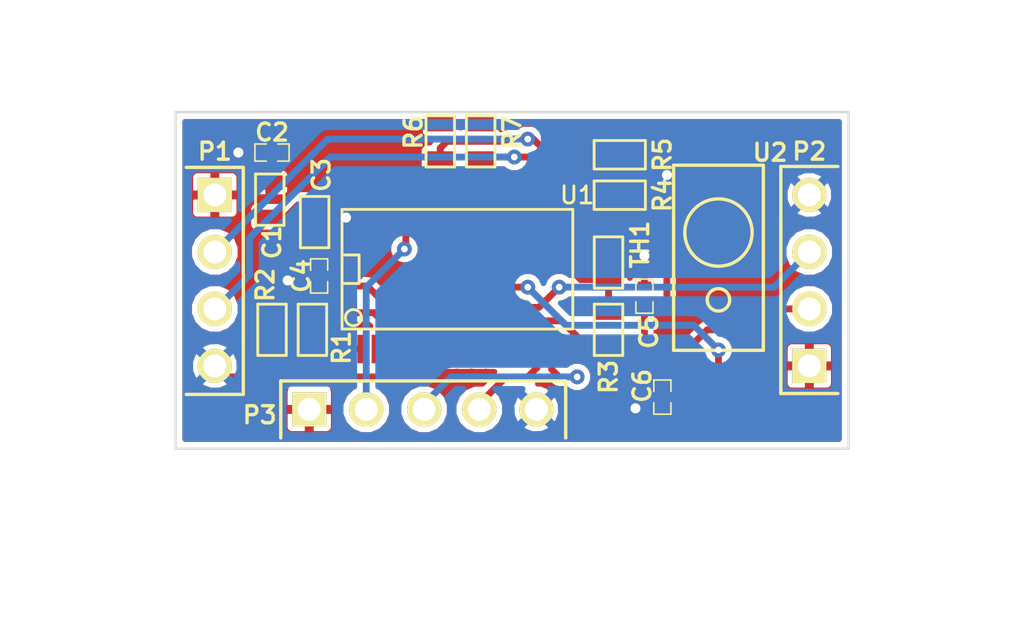
<source format=kicad_pcb>
(kicad_pcb (version 3) (host pcbnew "(2013-07-07 BZR 4022)-stable")

  (general
    (links 45)
    (no_connects 0)
    (area 21.971799 25 68.028201 53.028201)
    (thickness 1.6)
    (drawings 6)
    (tracks 222)
    (zones 0)
    (modules 19)
    (nets 17)
  )

  (page A3)
  (layers
    (15 F.Cu signal)
    (0 B.Cu signal)
    (16 B.Adhes user)
    (17 F.Adhes user)
    (18 B.Paste user)
    (19 F.Paste user)
    (20 B.SilkS user)
    (21 F.SilkS user)
    (22 B.Mask user)
    (23 F.Mask user)
    (24 Dwgs.User user hide)
    (25 Cmts.User user)
    (26 Eco1.User user)
    (27 Eco2.User user hide)
    (28 Edge.Cuts user)
  )

  (setup
    (last_trace_width 0.3048)
    (user_trace_width 0.2032)
    (user_trace_width 0.254)
    (user_trace_width 0.3048)
    (user_trace_width 0.4)
    (user_trace_width 1)
    (trace_clearance 0.2032)
    (zone_clearance 0.254)
    (zone_45_only no)
    (trace_min 0.2032)
    (segment_width 0.2)
    (edge_width 0.1)
    (via_size 0.81)
    (via_drill 0.45)
    (via_min_size 0.66)
    (via_min_drill 0.3)
    (user_via 0.66 0.3)
    (user_via 0.81 0.45)
    (uvia_size 0.508)
    (uvia_drill 0.127)
    (uvias_allowed no)
    (uvia_min_size 0.508)
    (uvia_min_drill 0.127)
    (pcb_text_width 0.3)
    (pcb_text_size 1.5 1.5)
    (mod_edge_width 0.15)
    (mod_text_size 1 1)
    (mod_text_width 0.15)
    (pad_size 0.51 2.2)
    (pad_drill 0)
    (pad_to_mask_clearance 0)
    (aux_axis_origin 30 30)
    (visible_elements FFFFFFBF)
    (pcbplotparams
      (layerselection 284196865)
      (usegerberextensions true)
      (excludeedgelayer true)
      (linewidth 0.150000)
      (plotframeref false)
      (viasonmask false)
      (mode 1)
      (useauxorigin true)
      (hpglpennumber 1)
      (hpglpenspeed 20)
      (hpglpendiameter 15)
      (hpglpenoverlay 2)
      (psnegative false)
      (psa4output false)
      (plotreference true)
      (plotvalue true)
      (plotothertext true)
      (plotinvisibletext false)
      (padsonsilk false)
      (subtractmaskfromsilk false)
      (outputformat 1)
      (mirror false)
      (drillshape 0)
      (scaleselection 1)
      (outputdirectory output))
  )

  (net 0 "")
  (net 1 /ADC_BY)
  (net 2 /ADC_IN)
  (net 3 /EN)
  (net 4 /EXT_T)
  (net 5 /OA_O)
  (net 6 /RH_T)
  (net 7 /RX)
  (net 8 /SWDCK)
  (net 9 /SWDIO)
  (net 10 /TH_T)
  (net 11 /TX)
  (net 12 /VDD_T)
  (net 13 /Vccd)
  (net 14 /Vddd)
  (net 15 /Vss)
  (net 16 /XRES)

  (net_class Default "This is the default net class."
    (clearance 0.2032)
    (trace_width 0.3048)
    (via_dia 0.81)
    (via_drill 0.45)
    (uvia_dia 0.508)
    (uvia_drill 0.127)
    (add_net "")
    (add_net /ADC_BY)
    (add_net /ADC_IN)
    (add_net /EN)
    (add_net /EXT_T)
    (add_net /OA_O)
    (add_net /RH_T)
    (add_net /RX)
    (add_net /SWDCK)
    (add_net /SWDIO)
    (add_net /TH_T)
    (add_net /TX)
    (add_net /VDD_T)
    (add_net /Vccd)
    (add_net /Vddd)
    (add_net /Vss)
    (add_net /XRES)
  )

  (module PIN_4POS_1ROW_PTH_RA_2.54MM (layer F.Cu) (tedit 5421739A) (tstamp 5421462B)
    (at 58.25 37.5 90)
    (descr "Connecteur 3 pins")
    (tags "CONN DEV")
    (path /541A9AAC)
    (fp_text reference P2 (at 5.75 0 180) (layer F.SilkS)
      (effects (font (size 0.762 0.762) (thickness 0.15)))
    )
    (fp_text value CONN_4 (at 0 -2.159 90) (layer F.SilkS) hide
      (effects (font (size 1.016 1.016) (thickness 0.1524)))
    )
    (fp_line (start 2.54 -1.27) (end 5.08 -1.27) (layer F.SilkS) (width 0.15))
    (fp_line (start 5.08 -1.27) (end 5.08 1.27) (layer F.SilkS) (width 0.15))
    (fp_line (start -3.5 9.5) (end 3.5 9.5) (layer Dwgs.User) (width 0.15))
    (fp_line (start -5.04 1.27) (end -5.04 -1.27) (layer F.SilkS) (width 0.1524))
    (fp_line (start -5.04 -1.27) (end 2.58 -1.27) (layer F.SilkS) (width 0.1524))
    (pad 1 thru_hole rect (at -3.81 0 90) (size 1.524 1.524) (drill 1.016)
      (layers *.Cu *.Mask F.SilkS)
      (net 14 /Vddd)
    )
    (pad 2 thru_hole circle (at -1.27 0 90) (size 1.524 1.524) (drill 1.016)
      (layers *.Cu *.Mask F.SilkS)
      (net 3 /EN)
    )
    (pad 3 thru_hole circle (at 1.27 0 90) (size 1.524 1.524) (drill 1.016)
      (layers *.Cu *.Mask F.SilkS)
      (net 4 /EXT_T)
    )
    (pad 4 thru_hole circle (at 3.81 0 90) (size 1.524 1.524) (drill 1.016)
      (layers *.Cu *.Mask F.SilkS)
      (net 15 /Vss)
    )
    (model pin_array/pins_array_3x1.wrl
      (at (xyz 0 0 0))
      (scale (xyz 1 1 1))
      (rotate (xyz 0 0 0))
    )
  )

  (module PIN_4POS_1ROW_PTH_RA_2.54MM (layer F.Cu) (tedit 542173AC) (tstamp 5421461E)
    (at 31.75 37.5 270)
    (descr "Connecteur 3 pins")
    (tags "CONN DEV")
    (path /53BBC032)
    (fp_text reference P1 (at -5.75 0 360) (layer F.SilkS)
      (effects (font (size 0.762 0.762) (thickness 0.15)))
    )
    (fp_text value CONN_4 (at 0 -2.159 270) (layer F.SilkS) hide
      (effects (font (size 1.016 1.016) (thickness 0.1524)))
    )
    (fp_line (start 2.54 -1.27) (end 5.08 -1.27) (layer F.SilkS) (width 0.15))
    (fp_line (start 5.08 -1.27) (end 5.08 1.27) (layer F.SilkS) (width 0.15))
    (fp_line (start -3.5 9.5) (end 3.5 9.5) (layer Dwgs.User) (width 0.15))
    (fp_line (start -5.04 1.27) (end -5.04 -1.27) (layer F.SilkS) (width 0.1524))
    (fp_line (start -5.04 -1.27) (end 2.58 -1.27) (layer F.SilkS) (width 0.1524))
    (pad 1 thru_hole rect (at -3.81 0 270) (size 1.524 1.524) (drill 1.016)
      (layers *.Cu *.Mask F.SilkS)
      (net 14 /Vddd)
    )
    (pad 2 thru_hole circle (at -1.27 0 270) (size 1.524 1.524) (drill 1.016)
      (layers *.Cu *.Mask F.SilkS)
      (net 7 /RX)
    )
    (pad 3 thru_hole circle (at 1.27 0 270) (size 1.524 1.524) (drill 1.016)
      (layers *.Cu *.Mask F.SilkS)
      (net 11 /TX)
    )
    (pad 4 thru_hole circle (at 3.81 0 270) (size 1.524 1.524) (drill 1.016)
      (layers *.Cu *.Mask F.SilkS)
      (net 15 /Vss)
    )
    (model pin_array/pins_array_3x1.wrl
      (at (xyz 0 0 0))
      (scale (xyz 1 1 1))
      (rotate (xyz 0 0 0))
    )
  )

  (module SMD_0603 (layer F.Cu) (tedit 54218D35) (tstamp 54214310)
    (at 34.2 33.9 270)
    (path /53BBC0FF)
    (attr smd)
    (fp_text reference C1 (at 1.9 -0.1 270) (layer F.SilkS)
      (effects (font (size 0.762 0.762) (thickness 0.15)))
    )
    (fp_text value 1uF (at 0 0 270) (layer F.SilkS) hide
      (effects (font (size 0.508 0.4572) (thickness 0.1143)))
    )
    (fp_line (start -1.143 -0.635) (end 1.143 -0.635) (layer F.SilkS) (width 0.127))
    (fp_line (start 1.143 -0.635) (end 1.143 0.635) (layer F.SilkS) (width 0.127))
    (fp_line (start 1.143 0.635) (end -1.143 0.635) (layer F.SilkS) (width 0.127))
    (fp_line (start -1.143 0.635) (end -1.143 -0.635) (layer F.SilkS) (width 0.127))
    (pad 1 smd rect (at -0.762 0 270) (size 0.635 1.143)
      (layers F.Cu F.Paste F.Mask)
      (net 14 /Vddd)
    )
    (pad 2 smd rect (at 0.762 0 270) (size 0.635 1.143)
      (layers F.Cu F.Paste F.Mask)
      (net 15 /Vss)
    )
    (model smd\resistors\R0603.wrl
      (at (xyz 0 0 0.001))
      (scale (xyz 0.5 0.5 0.5))
      (rotate (xyz 0 0 0))
    )
  )

  (module SMD_0603 (layer F.Cu) (tedit 54215FDD) (tstamp 5421431A)
    (at 49.8 31.9)
    (path /541AA501)
    (attr smd)
    (fp_text reference R5 (at 1.9 0 90) (layer F.SilkS)
      (effects (font (size 0.762 0.762) (thickness 0.15)))
    )
    (fp_text value 10K (at 0 0) (layer F.SilkS) hide
      (effects (font (size 0.508 0.4572) (thickness 0.1143)))
    )
    (fp_line (start -1.143 -0.635) (end 1.143 -0.635) (layer F.SilkS) (width 0.127))
    (fp_line (start 1.143 -0.635) (end 1.143 0.635) (layer F.SilkS) (width 0.127))
    (fp_line (start 1.143 0.635) (end -1.143 0.635) (layer F.SilkS) (width 0.127))
    (fp_line (start -1.143 0.635) (end -1.143 -0.635) (layer F.SilkS) (width 0.127))
    (pad 1 smd rect (at -0.762 0) (size 0.635 1.143)
      (layers F.Cu F.Paste F.Mask)
      (net 12 /VDD_T)
    )
    (pad 2 smd rect (at 0.762 0) (size 0.635 1.143)
      (layers F.Cu F.Paste F.Mask)
      (net 15 /Vss)
    )
    (model smd\resistors\R0603.wrl
      (at (xyz 0 0 0.001))
      (scale (xyz 0.5 0.5 0.5))
      (rotate (xyz 0 0 0))
    )
  )

  (module SMD_0603 (layer F.Cu) (tedit 54215FD9) (tstamp 54214324)
    (at 49.8 33.7 180)
    (path /541AA4FB)
    (attr smd)
    (fp_text reference R4 (at -1.9 0 270) (layer F.SilkS)
      (effects (font (size 0.762 0.762) (thickness 0.15)))
    )
    (fp_text value 10K (at 0 0 180) (layer F.SilkS) hide
      (effects (font (size 0.508 0.4572) (thickness 0.1143)))
    )
    (fp_line (start -1.143 -0.635) (end 1.143 -0.635) (layer F.SilkS) (width 0.127))
    (fp_line (start 1.143 -0.635) (end 1.143 0.635) (layer F.SilkS) (width 0.127))
    (fp_line (start 1.143 0.635) (end -1.143 0.635) (layer F.SilkS) (width 0.127))
    (fp_line (start -1.143 0.635) (end -1.143 -0.635) (layer F.SilkS) (width 0.127))
    (pad 1 smd rect (at -0.762 0 180) (size 0.635 1.143)
      (layers F.Cu F.Paste F.Mask)
      (net 3 /EN)
    )
    (pad 2 smd rect (at 0.762 0 180) (size 0.635 1.143)
      (layers F.Cu F.Paste F.Mask)
      (net 12 /VDD_T)
    )
    (model smd\resistors\R0603.wrl
      (at (xyz 0 0 0.001))
      (scale (xyz 0.5 0.5 0.5))
      (rotate (xyz 0 0 0))
    )
  )

  (module SMD_0603 (layer F.Cu) (tedit 54218D2A) (tstamp 5421432E)
    (at 34.3 39.7 90)
    (path /541A9F21)
    (attr smd)
    (fp_text reference R2 (at 2 -0.3 90) (layer F.SilkS)
      (effects (font (size 0.762 0.762) (thickness 0.15)))
    )
    (fp_text value 680 (at 0 0 90) (layer F.SilkS) hide
      (effects (font (size 0.508 0.4572) (thickness 0.1143)))
    )
    (fp_line (start -1.143 -0.635) (end 1.143 -0.635) (layer F.SilkS) (width 0.127))
    (fp_line (start 1.143 -0.635) (end 1.143 0.635) (layer F.SilkS) (width 0.127))
    (fp_line (start 1.143 0.635) (end -1.143 0.635) (layer F.SilkS) (width 0.127))
    (fp_line (start -1.143 0.635) (end -1.143 -0.635) (layer F.SilkS) (width 0.127))
    (pad 1 smd rect (at -0.762 0 90) (size 0.635 1.143)
      (layers F.Cu F.Paste F.Mask)
      (net 2 /ADC_IN)
    )
    (pad 2 smd rect (at 0.762 0 90) (size 0.635 1.143)
      (layers F.Cu F.Paste F.Mask)
      (net 15 /Vss)
    )
    (model smd\resistors\R0603.wrl
      (at (xyz 0 0 0.001))
      (scale (xyz 0.5 0.5 0.5))
      (rotate (xyz 0 0 0))
    )
  )

  (module SMD_0603 (layer F.Cu) (tedit 54214D12) (tstamp 54214338)
    (at 36.1 39.7 270)
    (path /541A9F12)
    (attr smd)
    (fp_text reference R1 (at 0.8 -1.3 270) (layer F.SilkS)
      (effects (font (size 0.762 0.762) (thickness 0.15)))
    )
    (fp_text value 1.5K (at 0 0 270) (layer F.SilkS) hide
      (effects (font (size 0.508 0.4572) (thickness 0.1143)))
    )
    (fp_line (start -1.143 -0.635) (end 1.143 -0.635) (layer F.SilkS) (width 0.127))
    (fp_line (start 1.143 -0.635) (end 1.143 0.635) (layer F.SilkS) (width 0.127))
    (fp_line (start 1.143 0.635) (end -1.143 0.635) (layer F.SilkS) (width 0.127))
    (fp_line (start -1.143 0.635) (end -1.143 -0.635) (layer F.SilkS) (width 0.127))
    (pad 1 smd rect (at -0.762 0 270) (size 0.635 1.143)
      (layers F.Cu F.Paste F.Mask)
      (net 5 /OA_O)
    )
    (pad 2 smd rect (at 0.762 0 270) (size 0.635 1.143)
      (layers F.Cu F.Paste F.Mask)
      (net 2 /ADC_IN)
    )
    (model smd\resistors\R0603.wrl
      (at (xyz 0 0 0.001))
      (scale (xyz 0.5 0.5 0.5))
      (rotate (xyz 0 0 0))
    )
  )

  (module SMD_0603 (layer F.Cu) (tedit 54218D4D) (tstamp 54214342)
    (at 49.3 36.7 90)
    (path /53BBACB4)
    (attr smd)
    (fp_text reference TH1 (at 0.8 1.4 90) (layer F.SilkS)
      (effects (font (size 0.762 0.762) (thickness 0.15)))
    )
    (fp_text value THERMISTOR (at 0 0 90) (layer F.SilkS) hide
      (effects (font (size 0.508 0.4572) (thickness 0.1143)))
    )
    (fp_line (start -1.143 -0.635) (end 1.143 -0.635) (layer F.SilkS) (width 0.127))
    (fp_line (start 1.143 -0.635) (end 1.143 0.635) (layer F.SilkS) (width 0.127))
    (fp_line (start 1.143 0.635) (end -1.143 0.635) (layer F.SilkS) (width 0.127))
    (fp_line (start -1.143 0.635) (end -1.143 -0.635) (layer F.SilkS) (width 0.127))
    (pad 1 smd rect (at -0.762 0 90) (size 0.635 1.143)
      (layers F.Cu F.Paste F.Mask)
      (net 10 /TH_T)
    )
    (pad 2 smd rect (at 0.762 0 90) (size 0.635 1.143)
      (layers F.Cu F.Paste F.Mask)
      (net 15 /Vss)
    )
    (model smd\resistors\R0603.wrl
      (at (xyz 0 0 0.001))
      (scale (xyz 0.5 0.5 0.5))
      (rotate (xyz 0 0 0))
    )
  )

  (module SMD_0603 (layer F.Cu) (tedit 54216B23) (tstamp 5421434C)
    (at 49.3 39.7 90)
    (path /53BBACA5)
    (attr smd)
    (fp_text reference R3 (at -2.1 0 90) (layer F.SilkS)
      (effects (font (size 0.762 0.762) (thickness 0.15)))
    )
    (fp_text value 10K (at 0 0 90) (layer F.SilkS) hide
      (effects (font (size 0.508 0.4572) (thickness 0.1143)))
    )
    (fp_line (start -1.143 -0.635) (end 1.143 -0.635) (layer F.SilkS) (width 0.127))
    (fp_line (start 1.143 -0.635) (end 1.143 0.635) (layer F.SilkS) (width 0.127))
    (fp_line (start 1.143 0.635) (end -1.143 0.635) (layer F.SilkS) (width 0.127))
    (fp_line (start -1.143 0.635) (end -1.143 -0.635) (layer F.SilkS) (width 0.127))
    (pad 1 smd rect (at -0.762 0 90) (size 0.635 1.143)
      (layers F.Cu F.Paste F.Mask)
      (net 3 /EN)
    )
    (pad 2 smd rect (at 0.762 0 90) (size 0.635 1.143)
      (layers F.Cu F.Paste F.Mask)
      (net 10 /TH_T)
    )
    (model smd\resistors\R0603.wrl
      (at (xyz 0 0 0.001))
      (scale (xyz 0.5 0.5 0.5))
      (rotate (xyz 0 0 0))
    )
  )

  (module SMD_0603 (layer F.Cu) (tedit 542165E0) (tstamp 54214356)
    (at 36.2 34.9 90)
    (path /53BBA888)
    (attr smd)
    (fp_text reference C3 (at 2.1 0.3 90) (layer F.SilkS)
      (effects (font (size 0.762 0.762) (thickness 0.15)))
    )
    (fp_text value 1uF (at 0 0 90) (layer F.SilkS) hide
      (effects (font (size 0.508 0.4572) (thickness 0.1143)))
    )
    (fp_line (start -1.143 -0.635) (end 1.143 -0.635) (layer F.SilkS) (width 0.127))
    (fp_line (start 1.143 -0.635) (end 1.143 0.635) (layer F.SilkS) (width 0.127))
    (fp_line (start 1.143 0.635) (end -1.143 0.635) (layer F.SilkS) (width 0.127))
    (fp_line (start -1.143 0.635) (end -1.143 -0.635) (layer F.SilkS) (width 0.127))
    (pad 1 smd rect (at -0.762 0 90) (size 0.635 1.143)
      (layers F.Cu F.Paste F.Mask)
      (net 13 /Vccd)
    )
    (pad 2 smd rect (at 0.762 0 90) (size 0.635 1.143)
      (layers F.Cu F.Paste F.Mask)
      (net 15 /Vss)
    )
    (model smd\resistors\R0603.wrl
      (at (xyz 0 0 0.001))
      (scale (xyz 0.5 0.5 0.5))
      (rotate (xyz 0 0 0))
    )
  )

  (module SMD_0402 (layer F.Cu) (tedit 54216B28) (tstamp 54214362)
    (at 50.9 38.2 90)
    (path /53BBBDB9)
    (attr smd)
    (fp_text reference C5 (at -1.6 0.2 90) (layer F.SilkS)
      (effects (font (size 0.762 0.762) (thickness 0.15)))
    )
    (fp_text value C (at 0.09906 0 90) (layer F.SilkS) hide
      (effects (font (size 0.35052 0.3048) (thickness 0.07112)))
    )
    (fp_line (start -0.254 -0.381) (end -0.762 -0.381) (layer F.SilkS) (width 0.07112))
    (fp_line (start -0.762 -0.381) (end -0.762 0.381) (layer F.SilkS) (width 0.07112))
    (fp_line (start -0.762 0.381) (end -0.254 0.381) (layer F.SilkS) (width 0.07112))
    (fp_line (start 0.254 -0.381) (end 0.762 -0.381) (layer F.SilkS) (width 0.07112))
    (fp_line (start 0.762 -0.381) (end 0.762 0.381) (layer F.SilkS) (width 0.07112))
    (fp_line (start 0.762 0.381) (end 0.254 0.381) (layer F.SilkS) (width 0.07112))
    (pad 1 smd rect (at -0.44958 0 90) (size 0.39878 0.59944)
      (layers F.Cu F.Paste F.Mask)
      (net 3 /EN)
    )
    (pad 2 smd rect (at 0.44958 0 90) (size 0.39878 0.59944)
      (layers F.Cu F.Paste F.Mask)
      (net 15 /Vss)
    )
    (model smd\chip_cms.wrl
      (at (xyz 0 0 0.002))
      (scale (xyz 0.05 0.05 0.05))
      (rotate (xyz 0 0 0))
    )
  )

  (module SMD_0402 (layer F.Cu) (tedit 54216B83) (tstamp 5421436E)
    (at 51.7 42.7 270)
    (path /54106932)
    (attr smd)
    (fp_text reference C6 (at -0.5 0.9 270) (layer F.SilkS)
      (effects (font (size 0.762 0.762) (thickness 0.15)))
    )
    (fp_text value C (at 0.09906 0 270) (layer F.SilkS) hide
      (effects (font (size 0.35052 0.3048) (thickness 0.07112)))
    )
    (fp_line (start -0.254 -0.381) (end -0.762 -0.381) (layer F.SilkS) (width 0.07112))
    (fp_line (start -0.762 -0.381) (end -0.762 0.381) (layer F.SilkS) (width 0.07112))
    (fp_line (start -0.762 0.381) (end -0.254 0.381) (layer F.SilkS) (width 0.07112))
    (fp_line (start 0.254 -0.381) (end 0.762 -0.381) (layer F.SilkS) (width 0.07112))
    (fp_line (start 0.762 -0.381) (end 0.762 0.381) (layer F.SilkS) (width 0.07112))
    (fp_line (start 0.762 0.381) (end 0.254 0.381) (layer F.SilkS) (width 0.07112))
    (pad 1 smd rect (at -0.44958 0 270) (size 0.39878 0.59944)
      (layers F.Cu F.Paste F.Mask)
      (net 3 /EN)
    )
    (pad 2 smd rect (at 0.44958 0 270) (size 0.39878 0.59944)
      (layers F.Cu F.Paste F.Mask)
      (net 15 /Vss)
    )
    (model smd\chip_cms.wrl
      (at (xyz 0 0 0.002))
      (scale (xyz 0.05 0.05 0.05))
      (rotate (xyz 0 0 0))
    )
  )

  (module SMD_0402 (layer F.Cu) (tedit 54218D30) (tstamp 5421437A)
    (at 36.4 37.3 90)
    (path /53BBA8AE)
    (attr smd)
    (fp_text reference C4 (at 0 -0.8 90) (layer F.SilkS)
      (effects (font (size 0.762 0.762) (thickness 0.15)))
    )
    (fp_text value .1uF (at 0.09906 0 90) (layer F.SilkS) hide
      (effects (font (size 0.35052 0.3048) (thickness 0.07112)))
    )
    (fp_line (start -0.254 -0.381) (end -0.762 -0.381) (layer F.SilkS) (width 0.07112))
    (fp_line (start -0.762 -0.381) (end -0.762 0.381) (layer F.SilkS) (width 0.07112))
    (fp_line (start -0.762 0.381) (end -0.254 0.381) (layer F.SilkS) (width 0.07112))
    (fp_line (start 0.254 -0.381) (end 0.762 -0.381) (layer F.SilkS) (width 0.07112))
    (fp_line (start 0.762 -0.381) (end 0.762 0.381) (layer F.SilkS) (width 0.07112))
    (fp_line (start 0.762 0.381) (end 0.254 0.381) (layer F.SilkS) (width 0.07112))
    (pad 1 smd rect (at -0.44958 0 90) (size 0.39878 0.59944)
      (layers F.Cu F.Paste F.Mask)
      (net 1 /ADC_BY)
    )
    (pad 2 smd rect (at 0.44958 0 90) (size 0.39878 0.59944)
      (layers F.Cu F.Paste F.Mask)
      (net 15 /Vss)
    )
    (model smd\chip_cms.wrl
      (at (xyz 0 0 0.002))
      (scale (xyz 0.05 0.05 0.05))
      (rotate (xyz 0 0 0))
    )
  )

  (module SMD_0402 (layer F.Cu) (tedit 542165E7) (tstamp 54214386)
    (at 34.3 31.8 180)
    (path /53BBA879)
    (attr smd)
    (fp_text reference C2 (at 0 0.9 180) (layer F.SilkS)
      (effects (font (size 0.762 0.762) (thickness 0.15)))
    )
    (fp_text value .1uF (at 0.09906 0 180) (layer F.SilkS) hide
      (effects (font (size 0.35052 0.3048) (thickness 0.07112)))
    )
    (fp_line (start -0.254 -0.381) (end -0.762 -0.381) (layer F.SilkS) (width 0.07112))
    (fp_line (start -0.762 -0.381) (end -0.762 0.381) (layer F.SilkS) (width 0.07112))
    (fp_line (start -0.762 0.381) (end -0.254 0.381) (layer F.SilkS) (width 0.07112))
    (fp_line (start 0.254 -0.381) (end 0.762 -0.381) (layer F.SilkS) (width 0.07112))
    (fp_line (start 0.762 -0.381) (end 0.762 0.381) (layer F.SilkS) (width 0.07112))
    (fp_line (start 0.762 0.381) (end 0.254 0.381) (layer F.SilkS) (width 0.07112))
    (pad 1 smd rect (at -0.44958 0 180) (size 0.39878 0.59944)
      (layers F.Cu F.Paste F.Mask)
      (net 14 /Vddd)
    )
    (pad 2 smd rect (at 0.44958 0 180) (size 0.39878 0.59944)
      (layers F.Cu F.Paste F.Mask)
      (net 15 /Vss)
    )
    (model smd\chip_cms.wrl
      (at (xyz 0 0 0.002))
      (scale (xyz 0.05 0.05 0.05))
      (rotate (xyz 0 0 0))
    )
  )

  (module CY8C4xxx-28SSOP (layer F.Cu) (tedit 54214D22) (tstamp 542143BC)
    (at 42.5 37)
    (descr "SSOP 28 pins")
    (tags "CMS SSOP SMD")
    (path /53BBA7E6)
    (attr smd)
    (fp_text reference U1 (at 5.4 -3.3) (layer F.SilkS)
      (effects (font (size 0.762 0.762) (thickness 0.127)))
    )
    (fp_text value CY8C4100-28SSOP (at 0 1.143) (layer F.SilkS) hide
      (effects (font (size 0.762 0.762) (thickness 0.127)))
    )
    (fp_circle (center -4.572 2.159) (end -4.826 1.905) (layer F.SilkS) (width 0.127))
    (fp_line (start -5.08 -0.635) (end -4.318 -0.635) (layer F.SilkS) (width 0.127))
    (fp_line (start -4.318 -0.635) (end -4.318 0.635) (layer F.SilkS) (width 0.127))
    (fp_line (start -4.318 0.635) (end -5.08 0.635) (layer F.SilkS) (width 0.127))
    (fp_line (start 5.207 2.667) (end -5.08 2.667) (layer F.SilkS) (width 0.127))
    (fp_line (start -5.08 -2.667) (end 5.207 -2.667) (layer F.SilkS) (width 0.127))
    (fp_line (start -5.08 -2.667) (end -5.08 2.667) (layer F.SilkS) (width 0.127))
    (fp_line (start 5.207 -2.667) (end 5.207 2.667) (layer F.SilkS) (width 0.127))
    (pad 1 smd rect (at -4.191 3.556) (size 0.4064 1.27)
      (layers F.Cu F.Paste F.Mask)
      (net 2 /ADC_IN)
    )
    (pad 2 smd rect (at -3.556 3.556) (size 0.4064 1.27)
      (layers F.Cu F.Paste F.Mask)
    )
    (pad 3 smd rect (at -2.8956 3.556) (size 0.4064 1.27)
      (layers F.Cu F.Paste F.Mask)
      (net 5 /OA_O)
    )
    (pad 4 smd rect (at -2.2352 3.556) (size 0.4064 1.27)
      (layers F.Cu F.Paste F.Mask)
      (net 1 /ADC_BY)
    )
    (pad 5 smd rect (at -1.6002 3.556) (size 0.4064 1.27)
      (layers F.Cu F.Paste F.Mask)
      (net 15 /Vss)
    )
    (pad 6 smd rect (at -0.9398 3.556) (size 0.4064 1.27)
      (layers F.Cu F.Paste F.Mask)
      (net 12 /VDD_T)
    )
    (pad 7 smd rect (at -0.2794 3.556) (size 0.4064 1.27)
      (layers F.Cu F.Paste F.Mask)
      (net 10 /TH_T)
    )
    (pad 8 smd rect (at 0.3556 3.556) (size 0.4064 1.27)
      (layers F.Cu F.Paste F.Mask)
      (net 6 /RH_T)
    )
    (pad 9 smd rect (at 1.016 3.556) (size 0.4064 1.27)
      (layers F.Cu F.Paste F.Mask)
      (net 4 /EXT_T)
    )
    (pad 10 smd rect (at 1.651 3.556) (size 0.4064 1.27)
      (layers F.Cu F.Paste F.Mask)
      (net 3 /EN)
    )
    (pad 11 smd rect (at 2.3114 3.556) (size 0.4064 1.27)
      (layers F.Cu F.Paste F.Mask)
    )
    (pad 12 smd rect (at 2.9718 3.556) (size 0.4064 1.27)
      (layers F.Cu F.Paste F.Mask)
    )
    (pad 13 smd rect (at 3.6068 3.556) (size 0.4064 1.27)
      (layers F.Cu F.Paste F.Mask)
      (net 9 /SWDIO)
    )
    (pad 14 smd rect (at 4.2672 3.556) (size 0.4064 1.27)
      (layers F.Cu F.Paste F.Mask)
      (net 8 /SWDCK)
    )
    (pad 15 smd rect (at 4.2672 -3.556) (size 0.4064 1.27)
      (layers F.Cu F.Paste F.Mask)
      (net 7 /RX)
    )
    (pad 16 smd rect (at 3.6068 -3.556) (size 0.4064 1.27)
      (layers F.Cu F.Paste F.Mask)
      (net 11 /TX)
    )
    (pad 17 smd rect (at 2.9972 -3.556) (size 0.4064 1.27)
      (layers F.Cu F.Paste F.Mask)
    )
    (pad 18 smd rect (at 2.3114 -3.556) (size 0.4064 1.27)
      (layers F.Cu F.Paste F.Mask)
    )
    (pad 19 smd rect (at 1.651 -3.556) (size 0.4064 1.27)
      (layers F.Cu F.Paste F.Mask)
    )
    (pad 20 smd rect (at 1.016 -3.556) (size 0.4064 1.27)
      (layers F.Cu F.Paste F.Mask)
    )
    (pad 21 smd rect (at 0.3556 -3.556) (size 0.4064 1.27)
      (layers F.Cu F.Paste F.Mask)
    )
    (pad 22 smd rect (at -0.2794 -3.556) (size 0.4064 1.27)
      (layers F.Cu F.Paste F.Mask)
    )
    (pad 23 smd rect (at -0.9398 -3.556) (size 0.4064 1.27)
      (layers F.Cu F.Paste F.Mask)
    )
    (pad 24 smd rect (at -1.6002 -3.556) (size 0.4064 1.27)
      (layers F.Cu F.Paste F.Mask)
    )
    (pad 25 smd rect (at -2.2352 -3.556) (size 0.4064 1.27)
      (layers F.Cu F.Paste F.Mask)
      (net 16 /XRES)
    )
    (pad 26 smd rect (at -2.8956 -3.556) (size 0.4064 1.27)
      (layers F.Cu F.Paste F.Mask)
      (net 13 /Vccd)
    )
    (pad 27 smd rect (at -3.556 -3.556) (size 0.4064 1.27)
      (layers F.Cu F.Paste F.Mask)
      (net 14 /Vddd)
    )
    (pad 28 smd rect (at -4.191 -3.556) (size 0.4064 1.27)
      (layers F.Cu F.Paste F.Mask)
      (net 15 /Vss)
    )
    (model smd/cms_soj28.wrl
      (at (xyz 0 0 0))
      (scale (xyz 0.256 0.5 0.25))
      (rotate (xyz 0 0 0))
    )
  )

  (module PIN_5POS_1ROW_PTH_RA_2.54MM (layer F.Cu) (tedit 542173BB) (tstamp 54214611)
    (at 41 43.25)
    (descr "Connecteur 3 pins")
    (tags "CONN DEV")
    (path /53BBC20A)
    (fp_text reference P3 (at -7.25 0.25) (layer F.SilkS)
      (effects (font (size 0.762 0.762) (thickness 0.15)))
    )
    (fp_text value CONN_5 (at 0 -2.159) (layer F.SilkS) hide
      (effects (font (size 1.016 1.016) (thickness 0.1524)))
    )
    (fp_line (start 1.27 -1.27) (end 6.35 -1.27) (layer F.SilkS) (width 0.15))
    (fp_line (start -3.5 9.5) (end 3.5 9.5) (layer Dwgs.User) (width 0.15))
    (fp_line (start -6.31 1.27) (end -6.31 -1.27) (layer F.SilkS) (width 0.1524))
    (fp_line (start -6.31 -1.27) (end 1.31 -1.27) (layer F.SilkS) (width 0.1524))
    (fp_line (start 6.39 -1.27) (end 6.39 1.27) (layer F.SilkS) (width 0.1524))
    (pad 1 thru_hole rect (at -5.04 0) (size 1.524 1.524) (drill 1.016)
      (layers *.Cu *.Mask F.SilkS)
      (net 14 /Vddd)
    )
    (pad 2 thru_hole circle (at -2.5 0) (size 1.524 1.524) (drill 1.016)
      (layers *.Cu *.Mask F.SilkS)
      (net 16 /XRES)
    )
    (pad 3 thru_hole circle (at 0.08 0) (size 1.524 1.524) (drill 1.016)
      (layers *.Cu *.Mask F.SilkS)
      (net 8 /SWDCK)
    )
    (pad 4 thru_hole circle (at 2.54 0) (size 1.524 1.524) (drill 1.016)
      (layers *.Cu *.Mask F.SilkS)
      (net 9 /SWDIO)
    )
    (pad 5 thru_hole circle (at 5.08 0) (size 1.524 1.524) (drill 1.016)
      (layers *.Cu *.Mask F.SilkS)
      (net 15 /Vss)
    )
    (model pin_array/pins_array_3x1.wrl
      (at (xyz 0 0 0))
      (scale (xyz 1 1 1))
      (rotate (xyz 0 0 0))
    )
  )

  (module HIH5030 (layer F.Cu) (tedit 54218D62) (tstamp 54214394)
    (at 54.2 36)
    (path /53BBD4DF)
    (fp_text reference U2 (at 2.3 -4.2) (layer F.SilkS)
      (effects (font (size 0.762 0.762) (thickness 0.15)))
    )
    (fp_text value HIH5030 (at 0 -2) (layer F.SilkS) hide
      (effects (font (size 1 1) (thickness 0.15)))
    )
    (fp_circle (center 0 2.365) (end 0 2.865) (layer F.SilkS) (width 0.15))
    (fp_circle (center 0 -0.635) (end 0 0.865) (layer F.SilkS) (width 0.15))
    (fp_line (start -2 4.615) (end 2 4.615) (layer F.SilkS) (width 0.15))
    (fp_line (start 2 4.615) (end 2 -3.635) (layer F.SilkS) (width 0.15))
    (fp_line (start 2 -3.635) (end -2 -3.635) (layer F.SilkS) (width 0.15))
    (fp_line (start -2 -3.635) (end -2 4.615) (layer F.SilkS) (width 0.15))
    (pad 4 smd rect (at 0 -5) (size 2.54 1.29)
      (layers F.Cu F.Paste F.Mask)
    )
    (pad 3 smd rect (at -1.27 6.925) (size 0.51 2.2)
      (layers F.Cu F.Paste F.Mask)
      (net 15 /Vss)
    )
    (pad 2 smd rect (at 0 6.925) (size 0.51 2.2)
      (layers F.Cu F.Paste F.Mask)
      (net 6 /RH_T)
    )
    (pad 1 smd rect (at 1.27 6.925) (size 0.51 2.2)
      (layers F.Cu F.Paste F.Mask)
      (net 3 /EN)
    )
  )

  (module SMD_0603 (layer F.Cu) (tedit 54217610) (tstamp 542175D9)
    (at 43.6 31.3 270)
    (path /542174F8)
    (attr smd)
    (fp_text reference R6 (at -0.4 3 270) (layer F.SilkS)
      (effects (font (size 0.762 0.762) (thickness 0.15)))
    )
    (fp_text value 5.6k (at 0 0 270) (layer F.SilkS) hide
      (effects (font (size 0.508 0.4572) (thickness 0.1143)))
    )
    (fp_line (start -1.143 -0.635) (end 1.143 -0.635) (layer F.SilkS) (width 0.127))
    (fp_line (start 1.143 -0.635) (end 1.143 0.635) (layer F.SilkS) (width 0.127))
    (fp_line (start 1.143 0.635) (end -1.143 0.635) (layer F.SilkS) (width 0.127))
    (fp_line (start -1.143 0.635) (end -1.143 -0.635) (layer F.SilkS) (width 0.127))
    (pad 1 smd rect (at -0.762 0 270) (size 0.635 1.143)
      (layers F.Cu F.Paste F.Mask)
      (net 14 /Vddd)
    )
    (pad 2 smd rect (at 0.762 0 270) (size 0.635 1.143)
      (layers F.Cu F.Paste F.Mask)
      (net 11 /TX)
    )
    (model smd\resistors\R0603.wrl
      (at (xyz 0 0 0.001))
      (scale (xyz 0.5 0.5 0.5))
      (rotate (xyz 0 0 0))
    )
  )

  (module SMD_0603 (layer F.Cu) (tedit 5421760B) (tstamp 542175E3)
    (at 41.8 31.3 270)
    (path /54217507)
    (attr smd)
    (fp_text reference R7 (at -0.4 -3.2 270) (layer F.SilkS)
      (effects (font (size 0.762 0.762) (thickness 0.15)))
    )
    (fp_text value 5.6k (at 0 0 270) (layer F.SilkS) hide
      (effects (font (size 0.508 0.4572) (thickness 0.1143)))
    )
    (fp_line (start -1.143 -0.635) (end 1.143 -0.635) (layer F.SilkS) (width 0.127))
    (fp_line (start 1.143 -0.635) (end 1.143 0.635) (layer F.SilkS) (width 0.127))
    (fp_line (start 1.143 0.635) (end -1.143 0.635) (layer F.SilkS) (width 0.127))
    (fp_line (start -1.143 0.635) (end -1.143 -0.635) (layer F.SilkS) (width 0.127))
    (pad 1 smd rect (at -0.762 0 270) (size 0.635 1.143)
      (layers F.Cu F.Paste F.Mask)
      (net 14 /Vddd)
    )
    (pad 2 smd rect (at 0.762 0 270) (size 0.635 1.143)
      (layers F.Cu F.Paste F.Mask)
      (net 7 /RX)
    )
    (model smd\resistors\R0603.wrl
      (at (xyz 0 0 0.001))
      (scale (xyz 0.5 0.5 0.5))
      (rotate (xyz 0 0 0))
    )
  )

  (gr_line (start 45 27.5) (end 45 47.5) (angle 90) (layer Eco2.User) (width 0.2))
  (gr_line (start 62.5 37.5) (end 27.5 37.5) (angle 90) (layer Eco2.User) (width 0.2))
  (gr_line (start 60 30) (end 30 30) (angle 90) (layer Edge.Cuts) (width 0.1))
  (gr_line (start 60 45) (end 60 30) (angle 90) (layer Edge.Cuts) (width 0.1))
  (gr_line (start 30 45) (end 60 45) (angle 90) (layer Edge.Cuts) (width 0.1))
  (gr_line (start 30 30) (end 30 45) (angle 90) (layer Edge.Cuts) (width 0.1))

  (segment (start 40.2648 40.556) (end 40.2648 39.4648) (width 0.3048) (layer F.Cu) (net 1))
  (segment (start 38.54958 37.74958) (end 36.4 37.74958) (width 0.3048) (layer F.Cu) (net 1) (tstamp 54214D63))
  (segment (start 40.2648 39.4648) (end 38.54958 37.74958) (width 0.3048) (layer F.Cu) (net 1) (tstamp 54214D62))
  (segment (start 36.1 40.462) (end 34.3 40.462) (width 0.3048) (layer F.Cu) (net 2))
  (segment (start 38.309 40.556) (end 37.356 40.556) (width 0.3048) (layer F.Cu) (net 2))
  (segment (start 37.262 40.462) (end 36.1 40.462) (width 0.3048) (layer F.Cu) (net 2) (tstamp 54214D55))
  (segment (start 37.356 40.556) (end 37.262 40.462) (width 0.3048) (layer F.Cu) (net 2) (tstamp 54214D54))
  (segment (start 55.47 40.47) (end 55.47 42.925) (width 0.3048) (layer F.Cu) (net 3))
  (segment (start 58.25 38.77) (end 55.63 38.77) (width 0.3048) (layer F.Cu) (net 3))
  (segment (start 55.63 38.77) (end 54.7 39.7) (width 0.3048) (layer F.Cu) (net 3) (tstamp 542171B2))
  (segment (start 55.47 40.47) (end 54.7 39.7) (width 0.3048) (layer F.Cu) (net 3) (tstamp 54216B6A))
  (segment (start 50.562 33.7) (end 51.9 35.038) (width 0.3048) (layer F.Cu) (net 3))
  (segment (start 51.9 35.038) (end 51.9 38.4) (width 0.3048) (layer F.Cu) (net 3) (tstamp 5421610F))
  (segment (start 51.9 38.4) (end 51.65042 38.64958) (width 0.3048) (layer F.Cu) (net 3) (tstamp 54216115))
  (segment (start 51.65042 38.64958) (end 50.9 38.64958) (width 0.3048) (layer F.Cu) (net 3) (tstamp 54216118))
  (segment (start 51.7 42.25042) (end 51.7 41.7) (width 0.3048) (layer F.Cu) (net 3))
  (segment (start 51.7 41.7) (end 52.938 40.462) (width 0.3048) (layer F.Cu) (net 3) (tstamp 542160D4))
  (segment (start 54.7 39.7) (end 53.7 39.7) (width 0.3048) (layer F.Cu) (net 3) (tstamp 54216B6D))
  (segment (start 49.3 40.462) (end 52.938 40.462) (width 0.3048) (layer F.Cu) (net 3))
  (segment (start 52.938 40.462) (end 53.7 39.7) (width 0.3048) (layer F.Cu) (net 3) (tstamp 542160B7))
  (segment (start 49.3 40.462) (end 50.438 40.462) (width 0.3048) (layer F.Cu) (net 3))
  (segment (start 50.9 40) (end 50.9 38.64958) (width 0.3048) (layer F.Cu) (net 3) (tstamp 54215F50))
  (segment (start 50.438 40.462) (end 50.9 40) (width 0.3048) (layer F.Cu) (net 3) (tstamp 54215F44))
  (segment (start 49.3 40.462) (end 48.362 40.462) (width 0.3048) (layer F.Cu) (net 3))
  (segment (start 44.151 39.649) (end 44.151 40.556) (width 0.3048) (layer F.Cu) (net 3) (tstamp 54215EF0))
  (segment (start 44.5 39.3) (end 44.151 39.649) (width 0.3048) (layer F.Cu) (net 3) (tstamp 54215EEE))
  (segment (start 47.2 39.3) (end 44.5 39.3) (width 0.3048) (layer F.Cu) (net 3) (tstamp 54215EEC))
  (segment (start 48.362 40.462) (end 47.2 39.3) (width 0.3048) (layer F.Cu) (net 3) (tstamp 54215EE7))
  (segment (start 58.25 36.23) (end 56.68 37.8) (width 0.3048) (layer B.Cu) (net 4))
  (segment (start 56.68 37.8) (end 47.1 37.8) (width 0.3048) (layer B.Cu) (net 4) (tstamp 54217405))
  (segment (start 43.516 40.556) (end 43.516 39.384) (width 0.3048) (layer F.Cu) (net 4))
  (via (at 47.1 37.8) (size 0.66) (drill 0.3) (layers F.Cu B.Cu) (net 4))
  (segment (start 46.2 38.7) (end 47.1 37.8) (width 0.3048) (layer F.Cu) (net 4) (tstamp 5421608F))
  (segment (start 44.2 38.7) (end 46.2 38.7) (width 0.3048) (layer F.Cu) (net 4) (tstamp 54216082))
  (segment (start 43.516 39.384) (end 44.2 38.7) (width 0.3048) (layer F.Cu) (net 4) (tstamp 5421607F))
  (segment (start 36.1 38.938) (end 38.838 38.938) (width 0.3048) (layer F.Cu) (net 5))
  (segment (start 39.6044 39.7044) (end 39.6044 40.556) (width 0.3048) (layer F.Cu) (net 5) (tstamp 54214D5F))
  (segment (start 38.838 38.938) (end 39.6044 39.7044) (width 0.3048) (layer F.Cu) (net 5) (tstamp 54214D5E))
  (segment (start 54.2 40.6) (end 54.2 42.925) (width 0.3048) (layer F.Cu) (net 6))
  (via (at 54.2 40.6) (size 0.66) (drill 0.3) (layers F.Cu B.Cu) (net 6))
  (segment (start 42.8556 40.556) (end 42.8556 39.1444) (width 0.3048) (layer F.Cu) (net 6))
  (segment (start 53.1 39.5) (end 54.2 40.6) (width 0.3048) (layer B.Cu) (net 6) (tstamp 542160AA))
  (segment (start 47.4 39.5) (end 53.1 39.5) (width 0.3048) (layer B.Cu) (net 6) (tstamp 542160A8))
  (segment (start 45.7 37.8) (end 47.4 39.5) (width 0.3048) (layer B.Cu) (net 6) (tstamp 542160A7))
  (via (at 45.7 37.8) (size 0.66) (drill 0.3) (layers F.Cu B.Cu) (net 6))
  (segment (start 44.2 37.8) (end 45.7 37.8) (width 0.3048) (layer F.Cu) (net 6) (tstamp 5421609F))
  (segment (start 42.8556 39.1444) (end 44.2 37.8) (width 0.3048) (layer F.Cu) (net 6) (tstamp 5421609B))
  (segment (start 45.7 31.2) (end 44.8 31.2) (width 0.3048) (layer F.Cu) (net 7))
  (segment (start 44.8 31.2) (end 44.7 31.3) (width 0.3048) (layer F.Cu) (net 7) (tstamp 5421762A))
  (segment (start 44.7 31.3) (end 42.1 31.3) (width 0.3048) (layer F.Cu) (net 7) (tstamp 5421762B))
  (segment (start 42.1 31.3) (end 41.8 31.6) (width 0.3048) (layer F.Cu) (net 7) (tstamp 5421762C))
  (segment (start 41.8 31.6) (end 41.8 32.062) (width 0.3048) (layer F.Cu) (net 7) (tstamp 5421762D) (status 800000))
  (segment (start 46.125 31.375) (end 45.95 31.2) (width 0.3048) (layer F.Cu) (net 7))
  (segment (start 45.95 31.2) (end 45.7 31.2) (width 0.3048) (layer F.Cu) (net 7) (tstamp 542174CE))
  (via (at 45.7 31.2) (size 0.66) (drill 0.3) (layers F.Cu B.Cu) (net 7))
  (segment (start 45.7 31.2) (end 36.78 31.2) (width 0.3048) (layer B.Cu) (net 7) (tstamp 542174D9))
  (segment (start 36.78 31.2) (end 36.73 31.25) (width 0.3048) (layer B.Cu) (net 7) (tstamp 542174DA))
  (segment (start 31.75 36.23) (end 36.73 31.25) (width 0.3048) (layer B.Cu) (net 7))
  (segment (start 36.73 31.25) (end 36.77 31.25) (width 0.3048) (layer B.Cu) (net 7) (tstamp 54216D53))
  (segment (start 46.7672 33.444) (end 46.7672 32.0172) (width 0.3048) (layer F.Cu) (net 7))
  (segment (start 46.7672 32.0172) (end 46.125 31.375) (width 0.3048) (layer F.Cu) (net 7) (tstamp 54216AC0))
  (segment (start 46.125 31.375) (end 46 31.25) (width 0.3048) (layer F.Cu) (net 7) (tstamp 542174CC))
  (segment (start 46.7672 40.556) (end 46.7672 41.4672) (width 0.3048) (layer F.Cu) (net 8))
  (segment (start 42.28 41.8) (end 41.08 43) (width 0.3048) (layer B.Cu) (net 8) (tstamp 54215F10))
  (segment (start 47.9 41.8) (end 42.28 41.8) (width 0.3048) (layer B.Cu) (net 8) (tstamp 54215F0F))
  (via (at 47.9 41.8) (size 0.66) (drill 0.3) (layers F.Cu B.Cu) (net 8))
  (segment (start 47.1 41.8) (end 47.9 41.8) (width 0.3048) (layer F.Cu) (net 8) (tstamp 54215EFC))
  (segment (start 46.7672 41.4672) (end 47.1 41.8) (width 0.3048) (layer F.Cu) (net 8) (tstamp 54215EF6))
  (segment (start 46.1068 40.556) (end 46.1068 41.3932) (width 0.3048) (layer F.Cu) (net 9))
  (segment (start 44.74 41.8) (end 43.54 43) (width 0.3048) (layer F.Cu) (net 9) (tstamp 54215EBD))
  (segment (start 45.7 41.8) (end 44.74 41.8) (width 0.3048) (layer F.Cu) (net 9) (tstamp 54215EBB))
  (segment (start 46.1068 41.3932) (end 45.7 41.8) (width 0.3048) (layer F.Cu) (net 9) (tstamp 54215EB8))
  (segment (start 42.2206 40.556) (end 42.2206 38.8794) (width 0.3048) (layer F.Cu) (net 10))
  (segment (start 42.2206 38.8794) (end 44.1 37) (width 0.3048) (layer F.Cu) (net 10) (tstamp 542160F7))
  (segment (start 44.1 37) (end 47.6 37) (width 0.3048) (layer F.Cu) (net 10) (tstamp 542160FA))
  (segment (start 47.6 37) (end 48.062 37.462) (width 0.3048) (layer F.Cu) (net 10) (tstamp 542160FF))
  (segment (start 48.062 37.462) (end 49.3 37.462) (width 0.3048) (layer F.Cu) (net 10) (tstamp 54216100))
  (segment (start 49.3 37.462) (end 49.3 38.938) (width 0.3048) (layer F.Cu) (net 10))
  (segment (start 45.1 32) (end 43.662 32) (width 0.3048) (layer F.Cu) (net 11) (status 800000))
  (segment (start 43.662 32) (end 43.6 32.062) (width 0.3048) (layer F.Cu) (net 11) (tstamp 54217630) (status C00000))
  (segment (start 45.7 32) (end 45.1 32) (width 0.3048) (layer F.Cu) (net 11))
  (via (at 45.1 32) (size 0.66) (drill 0.3) (layers F.Cu B.Cu) (net 11))
  (segment (start 45.1 32) (end 41.5 32) (width 0.3048) (layer B.Cu) (net 11) (tstamp 542174C2))
  (segment (start 38.56 32) (end 36.9 32) (width 0.3048) (layer B.Cu) (net 11))
  (segment (start 36.9 32) (end 33.3 35.6) (width 0.3048) (layer B.Cu) (net 11) (tstamp 54217347))
  (segment (start 33.3 35.6) (end 33.3 37.26) (width 0.3048) (layer B.Cu) (net 11) (tstamp 54217348))
  (segment (start 31.75 38.81) (end 33.3 37.26) (width 0.3048) (layer B.Cu) (net 11))
  (segment (start 38.56 32) (end 38.6 32) (width 0.3048) (layer B.Cu) (net 11) (tstamp 54216D4F))
  (segment (start 38.6 32) (end 41.5 32) (width 0.3048) (layer B.Cu) (net 11) (tstamp 54216AE5))
  (segment (start 45.7 32) (end 45.75 32) (width 0.3048) (layer F.Cu) (net 11) (tstamp 542174BC))
  (segment (start 45.75 32) (end 46.1068 32.3568) (width 0.3048) (layer F.Cu) (net 11) (tstamp 54216AEE))
  (segment (start 46.1068 32.3568) (end 46.1068 33.444) (width 0.3048) (layer F.Cu) (net 11) (tstamp 54216AEF))
  (segment (start 41.5602 40.556) (end 41.5602 37.6398) (width 0.3048) (layer F.Cu) (net 12))
  (segment (start 49.038 33.962) (end 49.038 33.7) (width 0.3048) (layer F.Cu) (net 12) (tstamp 5421606F))
  (segment (start 46.9 36.1) (end 49.038 33.962) (width 0.3048) (layer F.Cu) (net 12) (tstamp 54216066))
  (segment (start 43.1 36.1) (end 46.9 36.1) (width 0.3048) (layer F.Cu) (net 12) (tstamp 54216064))
  (segment (start 41.5602 37.6398) (end 43.1 36.1) (width 0.3048) (layer F.Cu) (net 12) (tstamp 54216059))
  (segment (start 49.038 33.7) (end 49.038 31.9) (width 0.3048) (layer F.Cu) (net 12))
  (segment (start 39.238 34.662) (end 38.238 35.662) (width 0.3048) (layer F.Cu) (net 13))
  (segment (start 38.238 35.662) (end 36.2 35.662) (width 0.3048) (layer F.Cu) (net 13) (tstamp 54217344))
  (segment (start 39.238 34.662) (end 39.6044 34.2956) (width 0.3048) (layer F.Cu) (net 13) (tstamp 5421678D))
  (segment (start 39.6044 34.2956) (end 39.6044 33.444) (width 0.3048) (layer F.Cu) (net 13) (tstamp 54216792))
  (segment (start 41.8 30.538) (end 41.838 30.5) (width 0.3048) (layer F.Cu) (net 14) (status C00000))
  (segment (start 41.838 30.5) (end 42.5 30.5) (width 0.3048) (layer F.Cu) (net 14) (tstamp 54217638) (status 400000))
  (segment (start 43.6 30.538) (end 43.638 30.5) (width 0.3048) (layer F.Cu) (net 14) (status C00000))
  (segment (start 43.638 30.5) (end 44.3 30.5) (width 0.3048) (layer F.Cu) (net 14) (tstamp 54217633) (status 400000))
  (segment (start 52.3 31.7) (end 51.1 30.5) (width 0.3048) (layer F.Cu) (net 14))
  (segment (start 57 32.3) (end 53.5 32.3) (width 0.3048) (layer F.Cu) (net 14))
  (segment (start 53.5 32.3) (end 52.9 32.3) (width 0.3048) (layer F.Cu) (net 14) (tstamp 54217309))
  (segment (start 52.9 32.3) (end 52.3 31.7) (width 0.3048) (layer F.Cu) (net 14) (tstamp 5421730A))
  (segment (start 31.75 33.69) (end 32.81 33.69) (width 0.3048) (layer F.Cu) (net 14))
  (segment (start 32.81 33.69) (end 32.9 33.6) (width 0.3048) (layer F.Cu) (net 14) (tstamp 54216D69))
  (segment (start 30.5 34) (end 30.81 33.69) (width 0.3048) (layer F.Cu) (net 14))
  (segment (start 30.81 33.69) (end 31.75 33.69) (width 0.3048) (layer F.Cu) (net 14) (tstamp 54216D63))
  (segment (start 31.75 33.69) (end 31.75 31.75) (width 0.3048) (layer F.Cu) (net 14))
  (segment (start 31.75 31.75) (end 31.75 31) (width 0.3048) (layer F.Cu) (net 14) (tstamp 54216D58))
  (segment (start 31.75 31) (end 32.25 30.5) (width 0.3048) (layer F.Cu) (net 14) (tstamp 54216D59))
  (segment (start 32.9 33.6) (end 33.1 33.4) (width 0.3048) (layer F.Cu) (net 14))
  (segment (start 33.1 33.4) (end 33.3 33.2) (width 0.3048) (layer F.Cu) (net 14) (tstamp 54216C19))
  (segment (start 33.3 33.2) (end 34.138 33.2) (width 0.3048) (layer F.Cu) (net 14) (tstamp 54216C1B))
  (segment (start 34.138 33.2) (end 34.2 33.138) (width 0.3048) (layer F.Cu) (net 14) (tstamp 54216C1E))
  (segment (start 59.5 41.25) (end 59.5 32.7) (width 0.3048) (layer F.Cu) (net 14))
  (segment (start 59.5 32.7) (end 59.1 32.3) (width 0.3048) (layer F.Cu) (net 14) (tstamp 54216BEE))
  (segment (start 59.1 32.3) (end 57 32.3) (width 0.3048) (layer F.Cu) (net 14) (tstamp 54216BF2))
  (segment (start 51.1 30.5) (end 44.3 30.5) (width 0.3048) (layer F.Cu) (net 14) (tstamp 54217313))
  (segment (start 44.3 30.5) (end 42.5 30.5) (width 0.3048) (layer F.Cu) (net 14) (tstamp 54217636))
  (segment (start 42.5 30.5) (end 32.25 30.5) (width 0.3048) (layer F.Cu) (net 14) (tstamp 5421763B))
  (segment (start 35.96 44.46) (end 30.96 44.46) (width 0.3048) (layer F.Cu) (net 14))
  (segment (start 30.96 44.46) (end 30.5 44) (width 0.3048) (layer F.Cu) (net 14) (tstamp 54216A0E))
  (segment (start 30.5 44) (end 30.5 34) (width 0.3048) (layer F.Cu) (net 14) (tstamp 54216A11))
  (segment (start 30.5 34) (end 30.75 33.75) (width 0.3048) (layer F.Cu) (net 14) (tstamp 54216A13))
  (segment (start 30.75 33.75) (end 30.77 33.73) (width 0.3048) (layer F.Cu) (net 14) (tstamp 54216D60))
  (segment (start 35.96 43.25) (end 35.96 44.46) (width 0.3048) (layer F.Cu) (net 14))
  (segment (start 35.96 44.46) (end 36 44.5) (width 0.3048) (layer F.Cu) (net 14) (tstamp 542169F4))
  (segment (start 36 44.5) (end 59.25 44.5) (width 0.3048) (layer F.Cu) (net 14) (tstamp 542169F5))
  (segment (start 59.25 44.5) (end 59.5 44.25) (width 0.3048) (layer F.Cu) (net 14) (tstamp 542169F6))
  (segment (start 59.5 44.25) (end 59.5 42.5) (width 0.3048) (layer F.Cu) (net 14) (tstamp 542169F8))
  (segment (start 59.5 42.5) (end 59.5 41.25) (width 0.3048) (layer F.Cu) (net 14) (tstamp 54216A0C))
  (segment (start 59.5 41.25) (end 59.48 41.27) (width 0.3048) (layer F.Cu) (net 14) (tstamp 542169FA))
  (segment (start 59.48 41.27) (end 58.25 41.27) (width 0.3048) (layer F.Cu) (net 14) (tstamp 542169FC))
  (segment (start 34.2 33.138) (end 34.2 32.9) (width 0.3048) (layer F.Cu) (net 14))
  (segment (start 34.2 32.9) (end 34.74958 32.35042) (width 0.3048) (layer F.Cu) (net 14) (tstamp 542166F8))
  (segment (start 34.74958 32.35042) (end 34.74958 31.8) (width 0.3048) (layer F.Cu) (net 14) (tstamp 542166FB))
  (segment (start 34.74958 31.8) (end 38.5 31.8) (width 0.3048) (layer F.Cu) (net 14))
  (segment (start 38.5 31.8) (end 38.944 32.244) (width 0.3048) (layer F.Cu) (net 14) (tstamp 542166EB))
  (segment (start 38.944 32.244) (end 38.944 33.444) (width 0.3048) (layer F.Cu) (net 14) (tstamp 542166EE))
  (segment (start 58.25 33.69) (end 57.36 32.8) (width 0.3048) (layer B.Cu) (net 15))
  (segment (start 57.36 32.8) (end 51.9 32.8) (width 0.3048) (layer B.Cu) (net 15) (tstamp 5421744E))
  (via (at 50.9 36.4) (size 0.81) (drill 0.45) (layers F.Cu B.Cu) (net 15))
  (segment (start 50.9 36.4) (end 55.54 36.4) (width 0.3048) (layer B.Cu) (net 15) (tstamp 54217448))
  (segment (start 55.54 36.4) (end 58.25 33.69) (width 0.3048) (layer B.Cu) (net 15) (tstamp 54217449))
  (segment (start 36.2 34.138) (end 37.038 34.138) (width 0.3048) (layer F.Cu) (net 15))
  (segment (start 37.038 34.138) (end 37.6 34.7) (width 0.3048) (layer F.Cu) (net 15) (tstamp 54217385))
  (segment (start 37.3 35.2) (end 37.6 34.9) (width 0.3048) (layer B.Cu) (net 15))
  (segment (start 37.6 34.9) (end 37.6 34.7) (width 0.3048) (layer B.Cu) (net 15) (tstamp 54217376))
  (via (at 37.6 34.7) (size 0.81) (drill 0.45) (layers F.Cu B.Cu) (net 15))
  (segment (start 37.6 34.7) (end 37.9 34.7) (width 0.3048) (layer F.Cu) (net 15) (tstamp 54217378))
  (segment (start 37.9 34.7) (end 38.309 34.291) (width 0.3048) (layer F.Cu) (net 15) (tstamp 54217379))
  (segment (start 38.309 34.291) (end 38.309 33.444) (width 0.3048) (layer F.Cu) (net 15) (tstamp 5421737A))
  (segment (start 51.5 32.2) (end 51.9 32.6) (width 0.3048) (layer F.Cu) (net 15))
  (segment (start 51.9 32.6) (end 51.9 32.8) (width 0.3048) (layer F.Cu) (net 15) (tstamp 5421736D))
  (via (at 51.9 32.8) (size 0.81) (drill 0.45) (layers F.Cu B.Cu) (net 15))
  (segment (start 51.9 32.8) (end 51.91 32.8) (width 0.3048) (layer B.Cu) (net 15) (tstamp 5421736F))
  (segment (start 37.3 35.2) (end 35 37.5) (width 0.3048) (layer B.Cu) (net 15) (tstamp 54217359))
  (segment (start 34.2 34.662) (end 34.938 34.662) (width 0.3048) (layer F.Cu) (net 15))
  (segment (start 34.938 34.662) (end 35.462 34.138) (width 0.3048) (layer F.Cu) (net 15) (tstamp 54217350))
  (segment (start 35.462 34.138) (end 36.2 34.138) (width 0.3048) (layer F.Cu) (net 15) (tstamp 54217351))
  (segment (start 33.85042 31.8) (end 32.8 31.8) (width 0.3048) (layer F.Cu) (net 15))
  (via (at 32.8 31.8) (size 0.81) (drill 0.45) (layers F.Cu B.Cu) (net 15))
  (segment (start 32.8 31.8) (end 30.8 31.8) (width 0.3048) (layer B.Cu) (net 15) (tstamp 5421731C))
  (segment (start 30.8 31.8) (end 30.5 32.1) (width 0.3048) (layer B.Cu) (net 15) (tstamp 5421731D))
  (segment (start 30.5 32.1) (end 30.5 37.5) (width 0.3048) (layer B.Cu) (net 15) (tstamp 5421731E))
  (segment (start 30.5 37.5) (end 30.5 40.06) (width 0.3048) (layer B.Cu) (net 15) (tstamp 5421732A))
  (segment (start 30.5 40.06) (end 31.75 41.31) (width 0.3048) (layer B.Cu) (net 15) (tstamp 5421731F))
  (segment (start 52.375 43.025) (end 52.475 42.925) (width 0.3048) (layer F.Cu) (net 15))
  (segment (start 52.475 42.925) (end 52.93 42.925) (width 0.3048) (layer F.Cu) (net 15) (tstamp 54217300))
  (segment (start 31.75 41.31) (end 31.75 41.25) (width 0.3048) (layer B.Cu) (net 15))
  (segment (start 31.75 41.25) (end 33.5 39.5) (width 0.3048) (layer B.Cu) (net 15) (tstamp 54216D6E))
  (segment (start 33.5 39.5) (end 33.5 39.25) (width 0.3048) (layer B.Cu) (net 15) (tstamp 54216D6F))
  (segment (start 50.562 31.9) (end 51.2 31.9) (width 0.3048) (layer F.Cu) (net 15))
  (segment (start 51.2 31.9) (end 51.5 32.2) (width 0.3048) (layer F.Cu) (net 15) (tstamp 54216BCF))
  (segment (start 51.7 43.14958) (end 50.55042 43.14958) (width 0.3048) (layer F.Cu) (net 15))
  (segment (start 50.55042 43.14958) (end 50.5 43.2) (width 0.3048) (layer F.Cu) (net 15) (tstamp 54216B73))
  (via (at 50.5 43.2) (size 0.81) (drill 0.45) (layers F.Cu B.Cu) (net 15))
  (segment (start 50.5 43.2) (end 50.5 44.5) (width 0.3048) (layer B.Cu) (net 15) (tstamp 54216B79))
  (segment (start 52.25042 43.14958) (end 52.375 43.025) (width 0.3048) (layer F.Cu) (net 15))
  (segment (start 35 37.5) (end 35.64958 36.85042) (width 0.3048) (layer F.Cu) (net 15))
  (segment (start 35.64958 36.85042) (end 36.4 36.85042) (width 0.3048) (layer F.Cu) (net 15) (tstamp 54216A9E))
  (segment (start 34.3 38.938) (end 34.3 38.2) (width 0.3048) (layer F.Cu) (net 15))
  (segment (start 34.3 38.2) (end 35 37.5) (width 0.3048) (layer F.Cu) (net 15) (tstamp 54216A85))
  (via (at 35 37.5) (size 0.81) (drill 0.45) (layers F.Cu B.Cu) (net 15))
  (segment (start 35 37.5) (end 33.5 39) (width 0.3048) (layer B.Cu) (net 15) (tstamp 54216A91))
  (segment (start 33.5 39) (end 33.5 39.25) (width 0.3048) (layer B.Cu) (net 15) (tstamp 54216A92))
  (segment (start 32.5 41.8) (end 32.24 41.8) (width 0.3048) (layer F.Cu) (net 15))
  (segment (start 32.24 41.8) (end 31.75 41.31) (width 0.3048) (layer F.Cu) (net 15) (tstamp 54216A56))
  (segment (start 46.08 43.25) (end 47.33 44.5) (width 0.3048) (layer B.Cu) (net 15))
  (segment (start 47.33 44.5) (end 50.5 44.5) (width 0.3048) (layer B.Cu) (net 15) (tstamp 54216A2C))
  (segment (start 50.5 44.5) (end 59.25 44.5) (width 0.3048) (layer B.Cu) (net 15) (tstamp 54216B7C))
  (segment (start 59.25 44.5) (end 59.5 44.25) (width 0.3048) (layer B.Cu) (net 15) (tstamp 54216A30))
  (segment (start 59.5 44.25) (end 59.5 34.94) (width 0.3048) (layer B.Cu) (net 15) (tstamp 54216A31))
  (segment (start 59.5 34.94) (end 58.25 33.69) (width 0.3048) (layer B.Cu) (net 15) (tstamp 54216A37))
  (segment (start 31.75 41.31) (end 31.69 41.31) (width 0.3048) (layer B.Cu) (net 15))
  (segment (start 31.69 41.31) (end 30.5 42.5) (width 0.3048) (layer B.Cu) (net 15) (tstamp 54216A1D))
  (segment (start 30.5 42.5) (end 30.5 44) (width 0.3048) (layer B.Cu) (net 15) (tstamp 54216A21))
  (segment (start 30.5 44) (end 31 44.5) (width 0.3048) (layer B.Cu) (net 15) (tstamp 54216A22))
  (segment (start 31 44.5) (end 44.83 44.5) (width 0.3048) (layer B.Cu) (net 15) (tstamp 54216A23))
  (segment (start 44.83 44.5) (end 46.08 43.25) (width 0.3048) (layer B.Cu) (net 15) (tstamp 54216A27))
  (segment (start 40.8998 40.556) (end 40.8998 41.5002) (width 0.3048) (layer F.Cu) (net 15))
  (segment (start 40.8998 41.5002) (end 40.6 41.8) (width 0.3048) (layer F.Cu) (net 15) (tstamp 5421682A))
  (segment (start 40.6 41.8) (end 32.5 41.8) (width 0.3048) (layer F.Cu) (net 15) (tstamp 5421682C))
  (segment (start 32.5 41.8) (end 32.49 41.8) (width 0.3048) (layer F.Cu) (net 15) (tstamp 54216A54))
  (segment (start 34.2 34.662) (end 34.538 34.662) (width 0.3048) (layer F.Cu) (net 15))
  (segment (start 31.5 40.81) (end 31.5 40.8) (width 0.3048) (layer F.Cu) (net 15))
  (segment (start 51.7 43.14958) (end 52.25042 43.14958) (width 0.3048) (layer F.Cu) (net 15))
  (segment (start 50.9 37.75042) (end 50.9 36.4) (width 0.3048) (layer F.Cu) (net 15))
  (segment (start 50.438 35.938) (end 49.3 35.938) (width 0.3048) (layer F.Cu) (net 15) (tstamp 54215F40))
  (segment (start 50.9 36.4) (end 50.438 35.938) (width 0.3048) (layer F.Cu) (net 15) (tstamp 54215F36))
  (segment (start 38.5 43) (end 38.5 37.8) (width 0.3048) (layer B.Cu) (net 16))
  (segment (start 40.2648 36.0352) (end 40.2648 33.444) (width 0.3048) (layer F.Cu) (net 16) (tstamp 54215F7E))
  (segment (start 40.2 36.1) (end 40.2648 36.0352) (width 0.3048) (layer F.Cu) (net 16) (tstamp 54215F7D))
  (via (at 40.2 36.1) (size 0.66) (drill 0.3) (layers F.Cu B.Cu) (net 16))
  (segment (start 38.5 37.8) (end 40.2 36.1) (width 0.3048) (layer B.Cu) (net 16) (tstamp 54215F75))

  (zone (net 14) (net_name /Vddd) (layer F.Cu) (tstamp 54217388) (hatch edge 0.508)
    (connect_pads (clearance 0.254))
    (min_thickness 0.254)
    (fill (arc_segments 16) (thermal_gap 0.2032) (thermal_bridge_width 0.4))
    (polygon
      (pts
        (xy 27.5 27.5) (xy 62.5 27.5) (xy 62.5 47.5) (xy 27.5 47.5)
      )
    )
    (filled_polygon
      (pts
        (xy 59.569 44.569) (xy 59.393197 44.569) (xy 59.393197 38.543641) (xy 59.393197 36.003641) (xy 59.393197 33.463641)
        (xy 59.219553 33.043389) (xy 58.898302 32.721577) (xy 58.478354 32.5472) (xy 58.023641 32.546803) (xy 57.603389 32.720447)
        (xy 57.281577 33.041698) (xy 57.1072 33.461646) (xy 57.106803 33.916359) (xy 57.280447 34.336611) (xy 57.601698 34.658423)
        (xy 58.021646 34.8328) (xy 58.476359 34.833197) (xy 58.896611 34.659553) (xy 59.218423 34.338302) (xy 59.3928 33.918354)
        (xy 59.393197 33.463641) (xy 59.393197 36.003641) (xy 59.219553 35.583389) (xy 58.898302 35.261577) (xy 58.478354 35.0872)
        (xy 58.023641 35.086803) (xy 57.603389 35.260447) (xy 57.281577 35.581698) (xy 57.1072 36.001646) (xy 57.106803 36.456359)
        (xy 57.280447 36.876611) (xy 57.601698 37.198423) (xy 58.021646 37.3728) (xy 58.476359 37.373197) (xy 58.896611 37.199553)
        (xy 59.218423 36.878302) (xy 59.3928 36.458354) (xy 59.393197 36.003641) (xy 59.393197 38.543641) (xy 59.219553 38.123389)
        (xy 58.898302 37.801577) (xy 58.478354 37.6272) (xy 58.023641 37.626803) (xy 57.603389 37.800447) (xy 57.281577 38.121698)
        (xy 57.233865 38.2366) (xy 55.63 38.2366) (xy 55.425877 38.277203) (xy 55.252829 38.392829) (xy 55.252826 38.392832)
        (xy 54.479058 39.1666) (xy 53.7 39.1666) (xy 53.699999 39.1666) (xy 53.659396 39.174676) (xy 53.495877 39.207203)
        (xy 53.322829 39.322829) (xy 53.322826 39.322832) (xy 52.717058 39.9286) (xy 51.4334 39.9286) (xy 51.4334 39.18298)
        (xy 51.65042 39.18298) (xy 51.854543 39.142377) (xy 52.027591 39.026751) (xy 52.277167 38.777173) (xy 52.27717 38.777171)
        (xy 52.277171 38.777171) (xy 52.346483 38.673436) (xy 52.392797 38.604124) (xy 52.392797 38.604123) (xy 52.4334 38.4)
        (xy 52.4334 35.038) (xy 52.433399 35.037999) (xy 52.4334 35.037999) (xy 52.425323 34.997396) (xy 52.392797 34.833877)
        (xy 52.392796 34.833876) (xy 52.277171 34.660829) (xy 52.277167 34.660826) (xy 51.260566 33.644224) (xy 51.260566 33.271992)
        (xy 51.454185 33.46595) (xy 51.742969 33.585864) (xy 52.055659 33.586136) (xy 52.344652 33.466727) (xy 52.56595 33.245815)
        (xy 52.685864 32.957031) (xy 52.686136 32.644341) (xy 52.566727 32.355348) (xy 52.345815 32.13405) (xy 52.076605 32.022264)
        (xy 51.877171 31.822829) (xy 51.577171 31.522829) (xy 51.404123 31.407203) (xy 51.260566 31.378647) (xy 51.260566 31.253047)
        (xy 51.202684 31.112963) (xy 51.095601 31.005692) (xy 50.955618 30.947566) (xy 50.804047 30.947434) (xy 50.169047 30.947434)
        (xy 50.028963 31.005316) (xy 49.921692 31.112399) (xy 49.863566 31.252382) (xy 49.863434 31.403953) (xy 49.863434 32.546953)
        (xy 49.921316 32.687037) (xy 50.028399 32.794308) (xy 50.041968 32.799942) (xy 50.028963 32.805316) (xy 49.921692 32.912399)
        (xy 49.863566 33.052382) (xy 49.863434 33.203953) (xy 49.863434 34.346953) (xy 49.921316 34.487037) (xy 50.028399 34.594308)
        (xy 50.168382 34.652434) (xy 50.319953 34.652566) (xy 50.760224 34.652566) (xy 51.3666 35.258941) (xy 51.3666 35.754871)
        (xy 51.345815 35.73405) (xy 51.057031 35.614136) (xy 50.868313 35.613971) (xy 50.815171 35.560829) (xy 50.642123 35.445203)
        (xy 50.438 35.4046) (xy 50.194321 35.4046) (xy 50.087601 35.297692) (xy 49.947618 35.239566) (xy 49.796047 35.239434)
        (xy 48.653047 35.239434) (xy 48.512963 35.297316) (xy 48.405692 35.404399) (xy 48.347566 35.544382) (xy 48.347434 35.695953)
        (xy 48.347434 36.330953) (xy 48.405316 36.471037) (xy 48.512399 36.578308) (xy 48.652382 36.636434) (xy 48.803953 36.636566)
        (xy 49.946953 36.636566) (xy 50.087037 36.578684) (xy 50.113867 36.5519) (xy 50.113864 36.555659) (xy 50.233273 36.844652)
        (xy 50.3666 36.978211) (xy 50.3666 37.245957) (xy 50.277472 37.334929) (xy 50.252566 37.394909) (xy 50.252566 37.069047)
        (xy 50.194684 36.928963) (xy 50.087601 36.821692) (xy 49.947618 36.763566) (xy 49.796047 36.763434) (xy 48.653047 36.763434)
        (xy 48.512963 36.821316) (xy 48.405692 36.928399) (xy 48.405608 36.9286) (xy 48.282941 36.9286) (xy 47.977171 36.622829)
        (xy 47.804123 36.507203) (xy 47.6 36.4666) (xy 47.287741 36.4666) (xy 49.101775 34.652566) (xy 49.430953 34.652566)
        (xy 49.571037 34.594684) (xy 49.678308 34.487601) (xy 49.736434 34.347618) (xy 49.736566 34.196047) (xy 49.736566 33.053047)
        (xy 49.678684 32.912963) (xy 49.571601 32.805692) (xy 49.5714 32.805608) (xy 49.5714 32.794321) (xy 49.678308 32.687601)
        (xy 49.736434 32.547618) (xy 49.736566 32.396047) (xy 49.736566 31.253047) (xy 49.678684 31.112963) (xy 49.571601 31.005692)
        (xy 49.431618 30.947566) (xy 49.280047 30.947434) (xy 48.645047 30.947434) (xy 48.504963 31.005316) (xy 48.397692 31.112399)
        (xy 48.339566 31.252382) (xy 48.339434 31.403953) (xy 48.339434 32.546953) (xy 48.397316 32.687037) (xy 48.504399 32.794308)
        (xy 48.5046 32.794391) (xy 48.5046 32.805678) (xy 48.397692 32.912399) (xy 48.339566 33.052382) (xy 48.339434 33.203953)
        (xy 48.339434 33.906224) (xy 46.679058 35.5666) (xy 43.1 35.5666) (xy 42.895877 35.607203) (xy 42.722829 35.722829)
        (xy 41.183029 37.262629) (xy 41.067403 37.435677) (xy 41.0268 37.6398) (xy 41.0268 39.539934) (xy 40.7982 39.539934)
        (xy 40.7982 39.4648) (xy 40.757597 39.260677) (xy 40.757597 39.260676) (xy 40.711283 39.191363) (xy 40.641971 39.087629)
        (xy 40.641967 39.087626) (xy 38.926751 37.372409) (xy 38.753703 37.256783) (xy 38.54958 37.21618) (xy 37.043178 37.21618)
        (xy 37.080654 37.125928) (xy 37.080786 36.974357) (xy 37.080786 36.575577) (xy 37.022904 36.435493) (xy 36.918568 36.330974)
        (xy 36.987037 36.302684) (xy 37.094308 36.195601) (xy 37.094391 36.1954) (xy 38.238 36.1954) (xy 38.442123 36.154797)
        (xy 38.615171 36.039171) (xy 39.615167 35.039173) (xy 39.61517 35.039171) (xy 39.615171 35.039171) (xy 39.7314 34.922941)
        (xy 39.7314 35.563153) (xy 39.597595 35.696725) (xy 39.489124 35.957953) (xy 39.488877 36.240806) (xy 39.596892 36.502223)
        (xy 39.796725 36.702405) (xy 40.057953 36.810876) (xy 40.340806 36.811123) (xy 40.602223 36.703108) (xy 40.802405 36.503275)
        (xy 40.910876 36.242047) (xy 40.911123 35.959194) (xy 40.803108 35.697777) (xy 40.7982 35.69286) (xy 40.7982 34.460066)
        (xy 41.178453 34.460066) (xy 41.229953 34.438786) (xy 41.280882 34.459934) (xy 41.432453 34.460066) (xy 41.838853 34.460066)
        (xy 41.890353 34.438786) (xy 41.941282 34.459934) (xy 42.092853 34.460066) (xy 42.499253 34.460066) (xy 42.538021 34.444046)
        (xy 42.576282 34.459934) (xy 42.727853 34.460066) (xy 43.134253 34.460066) (xy 43.185753 34.438786) (xy 43.236682 34.459934)
        (xy 43.388253 34.460066) (xy 43.794653 34.460066) (xy 43.833421 34.444046) (xy 43.871682 34.459934) (xy 44.023253 34.460066)
        (xy 44.429653 34.460066) (xy 44.481153 34.438786) (xy 44.532082 34.459934) (xy 44.683653 34.460066) (xy 45.090053 34.460066)
        (xy 45.154284 34.433525) (xy 45.217882 34.459934) (xy 45.369453 34.460066) (xy 45.775853 34.460066) (xy 45.80189 34.449307)
        (xy 45.827482 34.459934) (xy 45.979053 34.460066) (xy 46.385453 34.460066) (xy 46.436953 34.438786) (xy 46.487882 34.459934)
        (xy 46.639453 34.460066) (xy 47.045853 34.460066) (xy 47.185937 34.402184) (xy 47.293208 34.295101) (xy 47.351334 34.155118)
        (xy 47.351466 34.003547) (xy 47.351466 32.733547) (xy 47.3006 32.610442) (xy 47.3006 32.0172) (xy 47.300599 32.017199)
        (xy 47.3006 32.017199) (xy 47.292523 31.976596) (xy 47.259997 31.813077) (xy 47.259996 31.813076) (xy 47.144371 31.640029)
        (xy 47.144367 31.640026) (xy 46.502171 30.997829) (xy 46.502167 30.997826) (xy 46.377171 30.872829) (xy 46.37717 30.872828)
        (xy 46.327171 30.822829) (xy 46.308229 30.810173) (xy 46.303108 30.797777) (xy 46.103275 30.597595) (xy 45.842047 30.489124)
        (xy 45.559194 30.488877) (xy 45.297777 30.596892) (xy 45.227947 30.6666) (xy 44.8 30.6666) (xy 44.595876 30.707203)
        (xy 44.506981 30.7666) (xy 44.501718 30.7666) (xy 44.5017 30.69355) (xy 44.41915 30.611) (xy 43.673 30.611)
        (xy 43.673 30.631) (xy 43.527 30.631) (xy 43.527 30.611) (xy 42.78085 30.611) (xy 42.7 30.69185)
        (xy 42.61915 30.611) (xy 41.873 30.611) (xy 41.873 30.631) (xy 41.727 30.631) (xy 41.727 30.611)
        (xy 40.98085 30.611) (xy 40.8983 30.69355) (xy 40.898243 30.920893) (xy 40.948407 31.042299) (xy 41.041213 31.135267)
        (xy 41.162531 31.185643) (xy 41.293893 31.185757) (xy 41.459927 31.18573) (xy 41.422829 31.222829) (xy 41.32888 31.363434)
        (xy 41.153047 31.363434) (xy 41.012963 31.421316) (xy 40.905692 31.528399) (xy 40.847566 31.668382) (xy 40.847434 31.819953)
        (xy 40.847434 32.427934) (xy 40.621147 32.427934) (xy 40.582378 32.443953) (xy 40.544118 32.428066) (xy 40.392547 32.427934)
        (xy 39.986147 32.427934) (xy 39.934646 32.449213) (xy 39.883718 32.428066) (xy 39.732147 32.427934) (xy 39.325747 32.427934)
        (xy 39.202768 32.478747) (xy 39.09955 32.4788) (xy 39.017 32.56135) (xy 39.017 33.371) (xy 39.020134 33.371)
        (xy 39.020134 33.517) (xy 39.017 33.517) (xy 39.017 33.537) (xy 38.893266 33.537) (xy 38.893266 32.733547)
        (xy 38.871 32.679659) (xy 38.871 32.56135) (xy 38.78845 32.4788) (xy 38.710404 32.47876) (xy 38.588318 32.428066)
        (xy 38.436747 32.427934) (xy 38.030347 32.427934) (xy 37.890263 32.485816) (xy 37.782992 32.592899) (xy 37.724866 32.732882)
        (xy 37.724734 32.884453) (xy 37.724734 33.914107) (xy 37.568313 33.913971) (xy 37.415171 33.760829) (xy 37.242123 33.645203)
        (xy 37.099596 33.616852) (xy 37.094684 33.604963) (xy 36.987601 33.497692) (xy 36.847618 33.439566) (xy 36.696047 33.439434)
        (xy 35.553047 33.439434) (xy 35.412963 33.497316) (xy 35.305692 33.604399) (xy 35.291528 33.638509) (xy 35.291527 33.638509)
        (xy 35.279227 33.640955) (xy 35.279227 32.034327) (xy 35.279227 31.565673) (xy 35.279113 31.434311) (xy 35.228737 31.312993)
        (xy 35.135769 31.220187) (xy 35.014363 31.170023) (xy 34.90513 31.17008) (xy 34.82258 31.25263) (xy 34.82258 31.727)
        (xy 35.19662 31.727) (xy 35.27917 31.64445) (xy 35.279227 31.565673) (xy 35.279227 32.034327) (xy 35.27917 31.95555)
        (xy 35.19662 31.873) (xy 34.82258 31.873) (xy 34.82258 32.34737) (xy 34.90513 32.42992) (xy 35.014363 32.429977)
        (xy 35.135769 32.379813) (xy 35.228737 32.287007) (xy 35.279113 32.165689) (xy 35.279227 32.034327) (xy 35.279227 33.640955)
        (xy 35.257877 33.645203) (xy 35.101757 33.749518) (xy 35.101757 33.520893) (xy 35.101757 32.755107) (xy 35.051593 32.633701)
        (xy 34.958787 32.540733) (xy 34.837469 32.490357) (xy 34.706107 32.490243) (xy 34.67658 32.490247) (xy 34.67658 32.34737)
        (xy 34.67658 31.873) (xy 34.65658 31.873) (xy 34.65658 31.727) (xy 34.67658 31.727) (xy 34.67658 31.25263)
        (xy 34.59403 31.17008) (xy 34.484797 31.170023) (xy 34.363391 31.220187) (xy 34.335923 31.247607) (xy 34.265911 31.177472)
        (xy 34.125928 31.119346) (xy 33.974357 31.119214) (xy 33.575577 31.119214) (xy 33.435493 31.177096) (xy 33.362011 31.250449)
        (xy 33.245815 31.13405) (xy 32.957031 31.014136) (xy 32.644341 31.013864) (xy 32.355348 31.133273) (xy 32.13405 31.354185)
        (xy 32.014136 31.642969) (xy 32.013864 31.955659) (xy 32.133273 32.244652) (xy 32.354185 32.46595) (xy 32.642969 32.585864)
        (xy 32.955659 32.586136) (xy 33.244652 32.466727) (xy 33.362056 32.349527) (xy 33.434929 32.422528) (xy 33.574912 32.480654)
        (xy 33.726483 32.480786) (xy 34.125263 32.480786) (xy 34.265347 32.422904) (xy 34.335952 32.352422) (xy 34.363391 32.379813)
        (xy 34.484797 32.429977) (xy 34.59403 32.42992) (xy 34.67658 32.34737) (xy 34.67658 32.490247) (xy 34.35555 32.4903)
        (xy 34.273 32.57285) (xy 34.273 33.065) (xy 35.01915 33.065) (xy 35.1017 32.98245) (xy 35.101757 32.755107)
        (xy 35.101757 33.520893) (xy 35.1017 33.29355) (xy 35.01915 33.211) (xy 34.273 33.211) (xy 34.273 33.70315)
        (xy 34.35555 33.7857) (xy 34.706107 33.785757) (xy 34.837469 33.785643) (xy 34.958787 33.735267) (xy 35.051593 33.642299)
        (xy 35.101757 33.520893) (xy 35.101757 33.749518) (xy 35.084829 33.760829) (xy 35.084826 33.760832) (xy 34.871977 33.97368)
        (xy 34.847618 33.963566) (xy 34.696047 33.963434) (xy 34.127 33.963434) (xy 34.127 33.70315) (xy 34.127 33.211)
        (xy 34.127 33.065) (xy 34.127 32.57285) (xy 34.04445 32.4903) (xy 33.693893 32.490243) (xy 33.562531 32.490357)
        (xy 33.441213 32.540733) (xy 33.348407 32.633701) (xy 33.298243 32.755107) (xy 33.2983 32.98245) (xy 33.38085 33.065)
        (xy 34.127 33.065) (xy 34.127 33.211) (xy 33.38085 33.211) (xy 33.2983 33.29355) (xy 33.298243 33.520893)
        (xy 33.348407 33.642299) (xy 33.441213 33.735267) (xy 33.562531 33.785643) (xy 33.693893 33.785757) (xy 34.04445 33.7857)
        (xy 34.127 33.70315) (xy 34.127 33.963434) (xy 33.553047 33.963434) (xy 33.412963 34.021316) (xy 33.305692 34.128399)
        (xy 33.247566 34.268382) (xy 33.247434 34.419953) (xy 33.247434 35.054953) (xy 33.305316 35.195037) (xy 33.412399 35.302308)
        (xy 33.552382 35.360434) (xy 33.703953 35.360566) (xy 34.846953 35.360566) (xy 34.987037 35.302684) (xy 35.094308 35.195601)
        (xy 35.108471 35.16149) (xy 35.142123 35.154797) (xy 35.315171 35.039171) (xy 35.528022 34.826319) (xy 35.552382 34.836434)
        (xy 35.703953 34.836566) (xy 36.81388 34.836566) (xy 36.813864 34.855659) (xy 36.860693 34.968995) (xy 36.847618 34.963566)
        (xy 36.696047 34.963434) (xy 35.553047 34.963434) (xy 35.412963 35.021316) (xy 35.305692 35.128399) (xy 35.247566 35.268382)
        (xy 35.247434 35.419953) (xy 35.247434 36.054953) (xy 35.305316 36.195037) (xy 35.412399 36.302308) (xy 35.513173 36.344153)
        (xy 35.445457 36.357623) (xy 35.272409 36.473249) (xy 35.272406 36.473252) (xy 35.031631 36.714026) (xy 34.844341 36.713864)
        (xy 34.555348 36.833273) (xy 34.33405 37.054185) (xy 34.214136 37.342969) (xy 34.213971 37.531686) (xy 33.922829 37.822829)
        (xy 33.807203 37.995877) (xy 33.7666 38.2) (xy 33.7666 38.239434) (xy 33.653047 38.239434) (xy 33.512963 38.297316)
        (xy 33.405692 38.404399) (xy 33.347566 38.544382) (xy 33.347434 38.695953) (xy 33.347434 39.330953) (xy 33.405316 39.471037)
        (xy 33.512399 39.578308) (xy 33.652382 39.636434) (xy 33.803953 39.636566) (xy 34.946953 39.636566) (xy 35.087037 39.578684)
        (xy 35.194308 39.471601) (xy 35.199942 39.458031) (xy 35.205316 39.471037) (xy 35.312399 39.578308) (xy 35.452382 39.636434)
        (xy 35.603953 39.636566) (xy 36.746953 39.636566) (xy 36.887037 39.578684) (xy 36.994308 39.471601) (xy 36.994391 39.4714)
        (xy 38.617058 39.4714) (xy 38.685592 39.539934) (xy 38.665347 39.539934) (xy 38.626578 39.555953) (xy 38.588318 39.540066)
        (xy 38.436747 39.539934) (xy 38.030347 39.539934) (xy 37.890263 39.597816) (xy 37.782992 39.704899) (xy 37.724866 39.844882)
        (xy 37.724734 39.996453) (xy 37.724734 40.0226) (xy 37.546037 40.0226) (xy 37.466123 39.969203) (xy 37.262 39.9286)
        (xy 36.994321 39.9286) (xy 36.887601 39.821692) (xy 36.747618 39.763566) (xy 36.596047 39.763434) (xy 35.453047 39.763434)
        (xy 35.312963 39.821316) (xy 35.205692 39.928399) (xy 35.205608 39.9286) (xy 35.194321 39.9286) (xy 35.087601 39.821692)
        (xy 34.947618 39.763566) (xy 34.796047 39.763434) (xy 33.653047 39.763434) (xy 33.512963 39.821316) (xy 33.405692 39.928399)
        (xy 33.347566 40.068382) (xy 33.347434 40.219953) (xy 33.347434 40.854953) (xy 33.405316 40.995037) (xy 33.512399 41.102308)
        (xy 33.652382 41.160434) (xy 33.803953 41.160566) (xy 34.946953 41.160566) (xy 35.087037 41.102684) (xy 35.194308 40.995601)
        (xy 35.194391 40.9954) (xy 35.205678 40.9954) (xy 35.312399 41.102308) (xy 35.452382 41.160434) (xy 35.603953 41.160566)
        (xy 36.746953 41.160566) (xy 36.887037 41.102684) (xy 36.994308 40.995601) (xy 36.994391 40.9954) (xy 37.071962 40.9954)
        (xy 37.151877 41.048797) (xy 37.356 41.0894) (xy 37.724734 41.0894) (xy 37.724734 41.266453) (xy 37.724794 41.2666)
        (xy 32.893037 41.2666) (xy 32.893197 41.083641) (xy 32.893197 38.543641) (xy 32.893197 36.003641) (xy 32.842257 35.880356)
        (xy 32.842257 34.517393) (xy 32.842257 32.862607) (xy 32.792093 32.741201) (xy 32.699287 32.648233) (xy 32.577969 32.597857)
        (xy 32.446607 32.597743) (xy 31.90555 32.5978) (xy 31.823 32.68035) (xy 31.823 33.617) (xy 32.75965 33.617)
        (xy 32.8422 33.53445) (xy 32.842257 32.862607) (xy 32.842257 34.517393) (xy 32.8422 33.84555) (xy 32.75965 33.763)
        (xy 31.823 33.763) (xy 31.823 34.69965) (xy 31.90555 34.7822) (xy 32.446607 34.782257) (xy 32.577969 34.782143)
        (xy 32.699287 34.731767) (xy 32.792093 34.638799) (xy 32.842257 34.517393) (xy 32.842257 35.880356) (xy 32.719553 35.583389)
        (xy 32.398302 35.261577) (xy 31.978354 35.0872) (xy 31.677 35.086936) (xy 31.677 34.69965) (xy 31.677 33.763)
        (xy 31.677 33.617) (xy 31.677 32.68035) (xy 31.59445 32.5978) (xy 31.053393 32.597743) (xy 30.922031 32.597857)
        (xy 30.800713 32.648233) (xy 30.707907 32.741201) (xy 30.657743 32.862607) (xy 30.6578 33.53445) (xy 30.74035 33.617)
        (xy 31.677 33.617) (xy 31.677 33.763) (xy 30.74035 33.763) (xy 30.6578 33.84555) (xy 30.657743 34.517393)
        (xy 30.707907 34.638799) (xy 30.800713 34.731767) (xy 30.922031 34.782143) (xy 31.053393 34.782257) (xy 31.59445 34.7822)
        (xy 31.677 34.69965) (xy 31.677 35.086936) (xy 31.523641 35.086803) (xy 31.103389 35.260447) (xy 30.781577 35.581698)
        (xy 30.6072 36.001646) (xy 30.606803 36.456359) (xy 30.780447 36.876611) (xy 31.101698 37.198423) (xy 31.521646 37.3728)
        (xy 31.976359 37.373197) (xy 32.396611 37.199553) (xy 32.718423 36.878302) (xy 32.8928 36.458354) (xy 32.893197 36.003641)
        (xy 32.893197 38.543641) (xy 32.719553 38.123389) (xy 32.398302 37.801577) (xy 31.978354 37.6272) (xy 31.523641 37.626803)
        (xy 31.103389 37.800447) (xy 30.781577 38.121698) (xy 30.6072 38.541646) (xy 30.606803 38.996359) (xy 30.780447 39.416611)
        (xy 31.101698 39.738423) (xy 31.521646 39.9128) (xy 31.976359 39.913197) (xy 32.396611 39.739553) (xy 32.718423 39.418302)
        (xy 32.8928 38.998354) (xy 32.893197 38.543641) (xy 32.893197 41.083641) (xy 32.719553 40.663389) (xy 32.398302 40.341577)
        (xy 31.978354 40.1672) (xy 31.523641 40.166803) (xy 31.103389 40.340447) (xy 30.781577 40.661698) (xy 30.6072 41.081646)
        (xy 30.606803 41.536359) (xy 30.780447 41.956611) (xy 31.101698 42.278423) (xy 31.521646 42.4528) (xy 31.976359 42.453197)
        (xy 32.26629 42.3334) (xy 32.49 42.3334) (xy 32.5 42.3334) (xy 34.90466 42.3334) (xy 34.867857 42.422031)
        (xy 34.867743 42.553393) (xy 34.8678 43.09445) (xy 34.95035 43.177) (xy 35.887 43.177) (xy 35.887 43.157)
        (xy 36.033 43.157) (xy 36.033 43.177) (xy 36.96965 43.177) (xy 37.0522 43.09445) (xy 37.052257 42.553393)
        (xy 37.052143 42.422031) (xy 37.015339 42.3334) (xy 37.800343 42.3334) (xy 37.531577 42.601698) (xy 37.3572 43.021646)
        (xy 37.356803 43.476359) (xy 37.530447 43.896611) (xy 37.851698 44.218423) (xy 38.271646 44.3928) (xy 38.726359 44.393197)
        (xy 39.146611 44.219553) (xy 39.468423 43.898302) (xy 39.6428 43.478354) (xy 39.643197 43.023641) (xy 39.469553 42.603389)
        (xy 39.200034 42.3334) (xy 40.380343 42.3334) (xy 40.111577 42.601698) (xy 39.9372 43.021646) (xy 39.936803 43.476359)
        (xy 40.110447 43.896611) (xy 40.431698 44.218423) (xy 40.851646 44.3928) (xy 41.306359 44.393197) (xy 41.726611 44.219553)
        (xy 42.048423 43.898302) (xy 42.2228 43.478354) (xy 42.223197 43.023641) (xy 42.049553 42.603389) (xy 41.728302 42.281577)
        (xy 41.308354 42.1072) (xy 41.047369 42.106972) (xy 41.276971 41.877371) (xy 41.392597 41.704324) (xy 41.392597 41.704323)
        (xy 41.418907 41.572054) (xy 41.432453 41.572066) (xy 41.838853 41.572066) (xy 41.890353 41.550786) (xy 41.941282 41.571934)
        (xy 42.092853 41.572066) (xy 42.499253 41.572066) (xy 42.538021 41.556046) (xy 42.576282 41.571934) (xy 42.727853 41.572066)
        (xy 43.134253 41.572066) (xy 43.185753 41.550786) (xy 43.236682 41.571934) (xy 43.388253 41.572066) (xy 43.794653 41.572066)
        (xy 43.833421 41.556046) (xy 43.871682 41.571934) (xy 44.023253 41.572066) (xy 44.213592 41.572066) (xy 43.678536 42.107121)
        (xy 43.313641 42.106803) (xy 42.893389 42.280447) (xy 42.571577 42.601698) (xy 42.3972 43.021646) (xy 42.396803 43.476359)
        (xy 42.570447 43.896611) (xy 42.891698 44.218423) (xy 43.311646 44.3928) (xy 43.766359 44.393197) (xy 44.186611 44.219553)
        (xy 44.508423 43.898302) (xy 44.6828 43.478354) (xy 44.683197 43.023641) (xy 44.56259 42.731751) (xy 44.960942 42.3334)
        (xy 45.380343 42.3334) (xy 45.111577 42.601698) (xy 44.9372 43.021646) (xy 44.936803 43.476359) (xy 45.110447 43.896611)
        (xy 45.431698 44.218423) (xy 45.851646 44.3928) (xy 46.306359 44.393197) (xy 46.726611 44.219553) (xy 47.048423 43.898302)
        (xy 47.2228 43.478354) (xy 47.223197 43.023641) (xy 47.049553 42.603389) (xy 46.728302 42.281577) (xy 46.308354 42.1072)
        (xy 46.147282 42.107059) (xy 46.4 41.854342) (xy 46.722829 42.177171) (xy 46.895876 42.292797) (xy 46.895877 42.292797)
        (xy 47.1 42.3334) (xy 47.42784 42.3334) (xy 47.496725 42.402405) (xy 47.757953 42.510876) (xy 48.040806 42.511123)
        (xy 48.302223 42.403108) (xy 48.502405 42.203275) (xy 48.610876 41.942047) (xy 48.611123 41.659194) (xy 48.503108 41.397777)
        (xy 48.303275 41.197595) (xy 48.042047 41.089124) (xy 47.759194 41.088877) (xy 47.497777 41.196892) (xy 47.427947 41.2666)
        (xy 47.351334 41.2666) (xy 47.351466 41.115547) (xy 47.351466 40.205808) (xy 47.984829 40.839171) (xy 48.157877 40.954797)
        (xy 48.362 40.9954) (xy 48.405678 40.9954) (xy 48.512399 41.102308) (xy 48.652382 41.160434) (xy 48.803953 41.160566)
        (xy 49.946953 41.160566) (xy 50.087037 41.102684) (xy 50.194308 40.995601) (xy 50.194391 40.9954) (xy 50.438 40.9954)
        (xy 51.650258 40.9954) (xy 51.322829 41.322829) (xy 51.207203 41.495877) (xy 51.1666 41.7) (xy 51.1666 41.745957)
        (xy 51.077472 41.834929) (xy 51.019346 41.974912) (xy 51.019214 42.126483) (xy 51.019214 42.525263) (xy 51.05678 42.61618)
        (xy 51.027801 42.61618) (xy 50.945815 42.53405) (xy 50.657031 42.414136) (xy 50.344341 42.413864) (xy 50.055348 42.533273)
        (xy 49.83405 42.754185) (xy 49.714136 43.042969) (xy 49.713864 43.355659) (xy 49.833273 43.644652) (xy 50.054185 43.86595)
        (xy 50.342969 43.985864) (xy 50.655659 43.986136) (xy 50.944652 43.866727) (xy 51.12872 43.68298) (xy 51.211156 43.68298)
        (xy 51.324162 43.729904) (xy 51.475733 43.730036) (xy 52.075173 43.730036) (xy 52.189056 43.68298) (xy 52.25042 43.68298)
        (xy 52.293934 43.674324) (xy 52.293934 44.100453) (xy 52.351816 44.240537) (xy 52.458899 44.347808) (xy 52.598882 44.405934)
        (xy 52.750453 44.406066) (xy 53.260453 44.406066) (xy 53.400537 44.348184) (xy 53.507808 44.241101) (xy 53.565069 44.1032)
        (xy 53.621816 44.240537) (xy 53.728899 44.347808) (xy 53.868882 44.405934) (xy 54.020453 44.406066) (xy 54.530453 44.406066)
        (xy 54.670537 44.348184) (xy 54.777808 44.241101) (xy 54.835069 44.1032) (xy 54.891816 44.240537) (xy 54.998899 44.347808)
        (xy 55.138882 44.405934) (xy 55.290453 44.406066) (xy 55.800453 44.406066) (xy 55.940537 44.348184) (xy 56.047808 44.241101)
        (xy 56.105934 44.101118) (xy 56.106066 43.949547) (xy 56.106066 41.749547) (xy 56.048184 41.609463) (xy 56.0034 41.5646)
        (xy 56.0034 40.47) (xy 55.962797 40.265877) (xy 55.962797 40.265876) (xy 55.916483 40.196563) (xy 55.847171 40.092829)
        (xy 55.847167 40.092826) (xy 55.454341 39.7) (xy 55.850941 39.3034) (xy 57.233669 39.3034) (xy 57.280447 39.416611)
        (xy 57.601698 39.738423) (xy 58.021646 39.9128) (xy 58.476359 39.913197) (xy 58.896611 39.739553) (xy 59.218423 39.418302)
        (xy 59.3928 38.998354) (xy 59.393197 38.543641) (xy 59.393197 44.569) (xy 59.342257 44.569) (xy 59.342257 42.137393)
        (xy 59.342257 40.482607) (xy 59.292093 40.361201) (xy 59.199287 40.268233) (xy 59.077969 40.217857) (xy 58.946607 40.217743)
        (xy 58.40555 40.2178) (xy 58.323 40.30035) (xy 58.323 41.237) (xy 59.25965 41.237) (xy 59.3422 41.15445)
        (xy 59.342257 40.482607) (xy 59.342257 42.137393) (xy 59.3422 41.46555) (xy 59.25965 41.383) (xy 58.323 41.383)
        (xy 58.323 42.31965) (xy 58.40555 42.4022) (xy 58.946607 42.402257) (xy 59.077969 42.402143) (xy 59.199287 42.351767)
        (xy 59.292093 42.258799) (xy 59.342257 42.137393) (xy 59.342257 44.569) (xy 58.177 44.569) (xy 58.177 42.31965)
        (xy 58.177 41.383) (xy 58.177 41.237) (xy 58.177 40.30035) (xy 58.09445 40.2178) (xy 57.553393 40.217743)
        (xy 57.422031 40.217857) (xy 57.300713 40.268233) (xy 57.207907 40.361201) (xy 57.157743 40.482607) (xy 57.1578 41.15445)
        (xy 57.24035 41.237) (xy 58.177 41.237) (xy 58.177 41.383) (xy 57.24035 41.383) (xy 57.1578 41.46555)
        (xy 57.157743 42.137393) (xy 57.207907 42.258799) (xy 57.300713 42.351767) (xy 57.422031 42.402143) (xy 57.553393 42.402257)
        (xy 58.09445 42.4022) (xy 58.177 42.31965) (xy 58.177 44.569) (xy 37.052257 44.569) (xy 37.052257 43.946607)
        (xy 37.0522 43.40555) (xy 36.96965 43.323) (xy 36.033 43.323) (xy 36.033 44.25965) (xy 36.11555 44.3422)
        (xy 36.787393 44.342257) (xy 36.908799 44.292093) (xy 37.001767 44.199287) (xy 37.052143 44.077969) (xy 37.052257 43.946607)
        (xy 37.052257 44.569) (xy 35.887 44.569) (xy 35.887 44.25965) (xy 35.887 43.323) (xy 34.95035 43.323)
        (xy 34.8678 43.40555) (xy 34.867743 43.946607) (xy 34.867857 44.077969) (xy 34.918233 44.199287) (xy 35.011201 44.292093)
        (xy 35.132607 44.342257) (xy 35.80445 44.3422) (xy 35.887 44.25965) (xy 35.887 44.569) (xy 30.431 44.569)
        (xy 30.431 30.431) (xy 40.94685 30.431) (xy 40.98085 30.465) (xy 41.727 30.465) (xy 41.727 30.445)
        (xy 41.873 30.445) (xy 41.873 30.465) (xy 42.61915 30.465) (xy 42.65315 30.431) (xy 42.74685 30.431)
        (xy 42.78085 30.465) (xy 43.527 30.465) (xy 43.527 30.445) (xy 43.673 30.445) (xy 43.673 30.465)
        (xy 44.41915 30.465) (xy 44.45315 30.431) (xy 52.548934 30.431) (xy 52.548934 31.720453) (xy 52.606816 31.860537)
        (xy 52.713899 31.967808) (xy 52.853882 32.025934) (xy 53.005453 32.026066) (xy 55.545453 32.026066) (xy 55.685537 31.968184)
        (xy 55.792808 31.861101) (xy 55.850934 31.721118) (xy 55.851066 31.569547) (xy 55.851066 30.431) (xy 59.569 30.431)
        (xy 59.569 44.569)
      )
    )
  )
  (zone (net 15) (net_name /Vss) (layer B.Cu) (tstamp 54217389) (hatch edge 0.508)
    (connect_pads (clearance 0.254))
    (min_thickness 0.254)
    (fill (arc_segments 16) (thermal_gap 0.2032) (thermal_bridge_width 0.4))
    (polygon
      (pts
        (xy 25 25) (xy 65 25) (xy 65 50) (xy 25 50)
      )
    )
    (filled_polygon
      (pts
        (xy 59.569 44.569) (xy 59.393197 44.569) (xy 59.393197 38.543641) (xy 59.393197 36.003641) (xy 59.34754 35.893142)
        (xy 59.34754 33.878423) (xy 59.336101 33.444069) (xy 59.191889 33.09591) (xy 59.028849 33.014388) (xy 58.925612 33.117625)
        (xy 58.925612 32.911151) (xy 58.84409 32.748111) (xy 58.438423 32.59246) (xy 58.004069 32.603899) (xy 57.65591 32.748111)
        (xy 57.574388 32.911151) (xy 58.25 33.586762) (xy 58.925612 32.911151) (xy 58.925612 33.117625) (xy 58.353238 33.69)
        (xy 59.028849 34.365612) (xy 59.191889 34.28409) (xy 59.34754 33.878423) (xy 59.34754 35.893142) (xy 59.219553 35.583389)
        (xy 58.925612 35.288934) (xy 58.925612 34.468849) (xy 58.25 33.793238) (xy 58.146762 33.896475) (xy 58.146762 33.69)
        (xy 57.471151 33.014388) (xy 57.308111 33.09591) (xy 57.15246 33.501577) (xy 57.163899 33.935931) (xy 57.308111 34.28409)
        (xy 57.471151 34.365612) (xy 58.146762 33.69) (xy 58.146762 33.896475) (xy 57.574388 34.468849) (xy 57.65591 34.631889)
        (xy 58.061577 34.78754) (xy 58.495931 34.776101) (xy 58.84409 34.631889) (xy 58.925612 34.468849) (xy 58.925612 35.288934)
        (xy 58.898302 35.261577) (xy 58.478354 35.0872) (xy 58.023641 35.086803) (xy 57.603389 35.260447) (xy 57.281577 35.581698)
        (xy 57.1072 36.001646) (xy 57.106803 36.456359) (xy 57.154313 36.571344) (xy 56.459058 37.2666) (xy 47.572159 37.2666)
        (xy 47.503275 37.197595) (xy 47.242047 37.089124) (xy 46.959194 37.088877) (xy 46.697777 37.196892) (xy 46.497595 37.396725)
        (xy 46.411123 37.604971) (xy 46.411123 31.059194) (xy 46.303108 30.797777) (xy 46.103275 30.597595) (xy 45.842047 30.489124)
        (xy 45.559194 30.488877) (xy 45.297777 30.596892) (xy 45.227947 30.6666) (xy 36.78 30.6666) (xy 36.575877 30.707203)
        (xy 36.402829 30.822829) (xy 36.402826 30.822832) (xy 36.352829 30.872829) (xy 36.352826 30.872832) (xy 32.893066 34.332592)
        (xy 32.893066 32.852547) (xy 32.835184 32.712463) (xy 32.728101 32.605192) (xy 32.588118 32.547066) (xy 32.436547 32.546934)
        (xy 30.912547 32.546934) (xy 30.772463 32.604816) (xy 30.665192 32.711899) (xy 30.607066 32.851882) (xy 30.606934 33.003453)
        (xy 30.606934 34.527453) (xy 30.664816 34.667537) (xy 30.771899 34.774808) (xy 30.911882 34.832934) (xy 31.063453 34.833066)
        (xy 32.392592 34.833066) (xy 32.091483 35.134175) (xy 31.978354 35.0872) (xy 31.523641 35.086803) (xy 31.103389 35.260447)
        (xy 30.781577 35.581698) (xy 30.6072 36.001646) (xy 30.606803 36.456359) (xy 30.780447 36.876611) (xy 31.101698 37.198423)
        (xy 31.521646 37.3728) (xy 31.976359 37.373197) (xy 32.396611 37.199553) (xy 32.718423 36.878302) (xy 32.7666 36.762278)
        (xy 32.7666 37.039058) (xy 32.119746 37.685911) (xy 31.978354 37.6272) (xy 31.523641 37.626803) (xy 31.103389 37.800447)
        (xy 30.781577 38.121698) (xy 30.6072 38.541646) (xy 30.606803 38.996359) (xy 30.780447 39.416611) (xy 31.101698 39.738423)
        (xy 31.521646 39.9128) (xy 31.976359 39.913197) (xy 32.396611 39.739553) (xy 32.718423 39.418302) (xy 32.8928 38.998354)
        (xy 32.893197 38.543641) (xy 32.857381 38.45696) (xy 33.677171 37.637171) (xy 33.792797 37.464123) (xy 33.8334 37.26)
        (xy 33.8334 35.820941) (xy 37.120941 32.5334) (xy 38.56 32.5334) (xy 38.6 32.5334) (xy 41.5 32.5334)
        (xy 44.62784 32.5334) (xy 44.696725 32.602405) (xy 44.957953 32.710876) (xy 45.240806 32.711123) (xy 45.502223 32.603108)
        (xy 45.702405 32.403275) (xy 45.810876 32.142047) (xy 45.811077 31.911097) (xy 45.840806 31.911123) (xy 46.102223 31.803108)
        (xy 46.302405 31.603275) (xy 46.410876 31.342047) (xy 46.411123 31.059194) (xy 46.411123 37.604971) (xy 46.399893 37.632016)
        (xy 46.303108 37.397777) (xy 46.103275 37.197595) (xy 45.842047 37.089124) (xy 45.559194 37.088877) (xy 45.297777 37.196892)
        (xy 45.097595 37.396725) (xy 44.989124 37.657953) (xy 44.988877 37.940806) (xy 45.096892 38.202223) (xy 45.296725 38.402405)
        (xy 45.557953 38.510876) (xy 45.65662 38.510962) (xy 47.022829 39.877171) (xy 47.195877 39.992797) (xy 47.4 40.0334)
        (xy 52.879058 40.0334) (xy 53.488962 40.643303) (xy 53.488877 40.740806) (xy 53.596892 41.002223) (xy 53.796725 41.202405)
        (xy 54.057953 41.310876) (xy 54.340806 41.311123) (xy 54.602223 41.203108) (xy 54.802405 41.003275) (xy 54.910876 40.742047)
        (xy 54.911123 40.459194) (xy 54.803108 40.197777) (xy 54.603275 39.997595) (xy 54.342047 39.889124) (xy 54.243379 39.889037)
        (xy 53.477171 39.122829) (xy 53.304123 39.007203) (xy 53.1 38.9666) (xy 47.620942 38.9666) (xy 47.165399 38.511057)
        (xy 47.240806 38.511123) (xy 47.502223 38.403108) (xy 47.572052 38.3334) (xy 56.68 38.3334) (xy 56.884123 38.292797)
        (xy 57.057171 38.177171) (xy 57.908517 37.325824) (xy 58.021646 37.3728) (xy 58.476359 37.373197) (xy 58.896611 37.199553)
        (xy 59.218423 36.878302) (xy 59.3928 36.458354) (xy 59.393197 36.003641) (xy 59.393197 38.543641) (xy 59.219553 38.123389)
        (xy 58.898302 37.801577) (xy 58.478354 37.6272) (xy 58.023641 37.626803) (xy 57.603389 37.800447) (xy 57.281577 38.121698)
        (xy 57.1072 38.541646) (xy 57.106803 38.996359) (xy 57.280447 39.416611) (xy 57.601698 39.738423) (xy 58.021646 39.9128)
        (xy 58.476359 39.913197) (xy 58.896611 39.739553) (xy 59.218423 39.418302) (xy 59.3928 38.998354) (xy 59.393197 38.543641)
        (xy 59.393197 44.569) (xy 59.393066 44.569) (xy 59.393066 41.996547) (xy 59.393066 40.472547) (xy 59.335184 40.332463)
        (xy 59.228101 40.225192) (xy 59.088118 40.167066) (xy 58.936547 40.166934) (xy 57.412547 40.166934) (xy 57.272463 40.224816)
        (xy 57.165192 40.331899) (xy 57.107066 40.471882) (xy 57.106934 40.623453) (xy 57.106934 42.147453) (xy 57.164816 42.287537)
        (xy 57.271899 42.394808) (xy 57.411882 42.452934) (xy 57.563453 42.453066) (xy 59.087453 42.453066) (xy 59.227537 42.395184)
        (xy 59.334808 42.288101) (xy 59.392934 42.148118) (xy 59.393066 41.996547) (xy 59.393066 44.569) (xy 48.611123 44.569)
        (xy 48.611123 41.659194) (xy 48.503108 41.397777) (xy 48.303275 41.197595) (xy 48.042047 41.089124) (xy 47.759194 41.088877)
        (xy 47.497777 41.196892) (xy 47.427947 41.2666) (xy 42.28 41.2666) (xy 42.075876 41.307203) (xy 41.902829 41.422829)
        (xy 41.218536 42.107121) (xy 40.911123 42.106853) (xy 40.911123 35.959194) (xy 40.803108 35.697777) (xy 40.603275 35.497595)
        (xy 40.342047 35.389124) (xy 40.059194 35.388877) (xy 39.797777 35.496892) (xy 39.597595 35.696725) (xy 39.489124 35.957953)
        (xy 39.489037 36.05662) (xy 38.122829 37.422829) (xy 38.007203 37.595877) (xy 37.9666 37.8) (xy 37.9666 42.233669)
        (xy 37.853389 42.280447) (xy 37.531577 42.601698) (xy 37.3572 43.021646) (xy 37.356803 43.476359) (xy 37.530447 43.896611)
        (xy 37.851698 44.218423) (xy 38.271646 44.3928) (xy 38.726359 44.393197) (xy 39.146611 44.219553) (xy 39.468423 43.898302)
        (xy 39.6428 43.478354) (xy 39.643197 43.023641) (xy 39.469553 42.603389) (xy 39.148302 42.281577) (xy 39.0334 42.233865)
        (xy 39.0334 38.020942) (xy 40.243304 36.811037) (xy 40.340806 36.811123) (xy 40.602223 36.703108) (xy 40.802405 36.503275)
        (xy 40.910876 36.242047) (xy 40.911123 35.959194) (xy 40.911123 42.106853) (xy 40.853641 42.106803) (xy 40.433389 42.280447)
        (xy 40.111577 42.601698) (xy 39.9372 43.021646) (xy 39.936803 43.476359) (xy 40.110447 43.896611) (xy 40.431698 44.218423)
        (xy 40.851646 44.3928) (xy 41.306359 44.393197) (xy 41.726611 44.219553) (xy 42.048423 43.898302) (xy 42.2228 43.478354)
        (xy 42.223197 43.023641) (xy 42.10259 42.731751) (xy 42.500942 42.3334) (xy 42.840343 42.3334) (xy 42.571577 42.601698)
        (xy 42.3972 43.021646) (xy 42.396803 43.476359) (xy 42.570447 43.896611) (xy 42.891698 44.218423) (xy 43.311646 44.3928)
        (xy 43.766359 44.393197) (xy 44.186611 44.219553) (xy 44.508423 43.898302) (xy 44.6828 43.478354) (xy 44.683197 43.023641)
        (xy 44.509553 42.603389) (xy 44.240034 42.3334) (xy 45.473265 42.3334) (xy 45.404388 42.471151) (xy 46.08 43.146762)
        (xy 46.755612 42.471151) (xy 46.686734 42.3334) (xy 47.42784 42.3334) (xy 47.496725 42.402405) (xy 47.757953 42.510876)
        (xy 48.040806 42.511123) (xy 48.302223 42.403108) (xy 48.502405 42.203275) (xy 48.610876 41.942047) (xy 48.611123 41.659194)
        (xy 48.611123 44.569) (xy 47.17754 44.569) (xy 47.17754 43.438423) (xy 47.166101 43.004069) (xy 47.021889 42.65591)
        (xy 46.858849 42.574388) (xy 46.183238 43.25) (xy 46.858849 43.925612) (xy 47.021889 43.84409) (xy 47.17754 43.438423)
        (xy 47.17754 44.569) (xy 46.755612 44.569) (xy 46.755612 44.028849) (xy 46.08 43.353238) (xy 45.976762 43.456475)
        (xy 45.976762 43.25) (xy 45.301151 42.574388) (xy 45.138111 42.65591) (xy 44.98246 43.061577) (xy 44.993899 43.495931)
        (xy 45.138111 43.84409) (xy 45.301151 43.925612) (xy 45.976762 43.25) (xy 45.976762 43.456475) (xy 45.404388 44.028849)
        (xy 45.48591 44.191889) (xy 45.891577 44.34754) (xy 46.325931 44.336101) (xy 46.67409 44.191889) (xy 46.755612 44.028849)
        (xy 46.755612 44.569) (xy 37.103066 44.569) (xy 37.103066 43.936547) (xy 37.103066 42.412547) (xy 37.045184 42.272463)
        (xy 36.938101 42.165192) (xy 36.798118 42.107066) (xy 36.646547 42.106934) (xy 35.122547 42.106934) (xy 34.982463 42.164816)
        (xy 34.875192 42.271899) (xy 34.817066 42.411882) (xy 34.816934 42.563453) (xy 34.816934 44.087453) (xy 34.874816 44.227537)
        (xy 34.981899 44.334808) (xy 35.121882 44.392934) (xy 35.273453 44.393066) (xy 36.797453 44.393066) (xy 36.937537 44.335184)
        (xy 37.044808 44.228101) (xy 37.102934 44.088118) (xy 37.103066 43.936547) (xy 37.103066 44.569) (xy 32.84754 44.569)
        (xy 32.84754 41.498423) (xy 32.836101 41.064069) (xy 32.691889 40.71591) (xy 32.528849 40.634388) (xy 32.425612 40.737625)
        (xy 32.425612 40.531151) (xy 32.34409 40.368111) (xy 31.938423 40.21246) (xy 31.504069 40.223899) (xy 31.15591 40.368111)
        (xy 31.074388 40.531151) (xy 31.75 41.206762) (xy 32.425612 40.531151) (xy 32.425612 40.737625) (xy 31.853238 41.31)
        (xy 32.528849 41.985612) (xy 32.691889 41.90409) (xy 32.84754 41.498423) (xy 32.84754 44.569) (xy 32.425612 44.569)
        (xy 32.425612 42.088849) (xy 31.75 41.413238) (xy 31.646762 41.516475) (xy 31.646762 41.31) (xy 30.971151 40.634388)
        (xy 30.808111 40.71591) (xy 30.65246 41.121577) (xy 30.663899 41.555931) (xy 30.808111 41.90409) (xy 30.971151 41.985612)
        (xy 31.646762 41.31) (xy 31.646762 41.516475) (xy 31.074388 42.088849) (xy 31.15591 42.251889) (xy 31.561577 42.40754)
        (xy 31.995931 42.396101) (xy 32.34409 42.251889) (xy 32.425612 42.088849) (xy 32.425612 44.569) (xy 30.431 44.569)
        (xy 30.431 30.431) (xy 59.569 30.431) (xy 59.569 44.569)
      )
    )
  )
)

</source>
